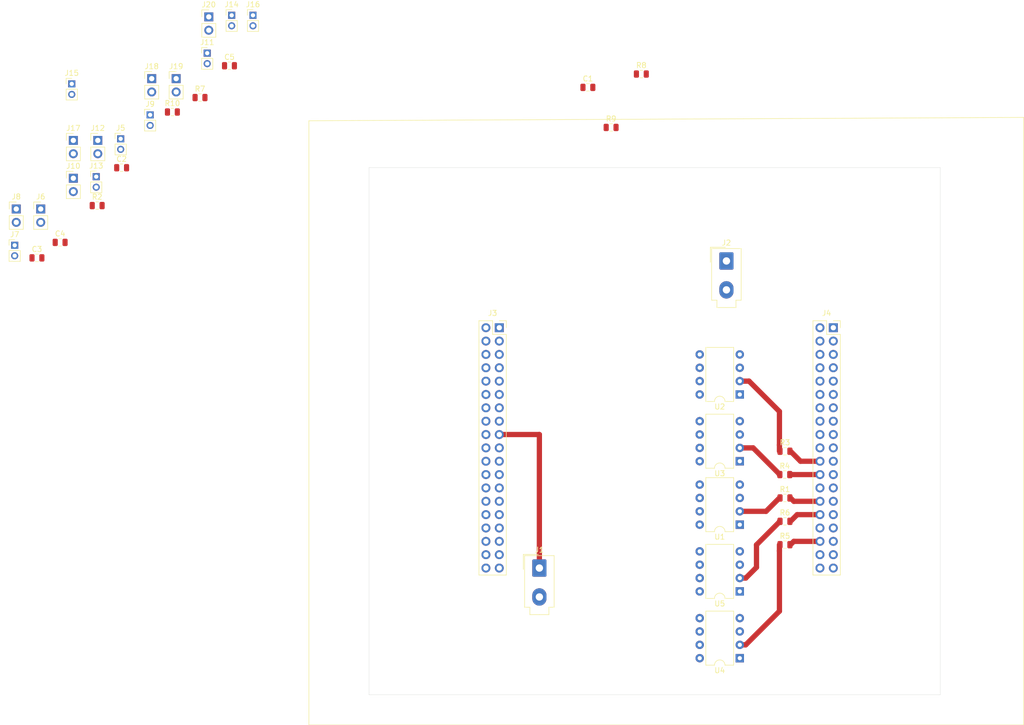
<source format=kicad_pcb>
(kicad_pcb (version 20171130) (host pcbnew "(5.1.4)-1")

  (general
    (thickness 1.6)
    (drawings 8)
    (tracks 29)
    (zones 0)
    (modules 40)
    (nets 20)
  )

  (page A4)
  (layers
    (0 F.Cu signal)
    (31 B.Cu signal)
    (32 B.Adhes user)
    (33 F.Adhes user)
    (34 B.Paste user)
    (35 F.Paste user)
    (36 B.SilkS user)
    (37 F.SilkS user)
    (38 B.Mask user)
    (39 F.Mask user)
    (40 Dwgs.User user)
    (41 Cmts.User user)
    (42 Eco1.User user)
    (43 Eco2.User user)
    (44 Edge.Cuts user)
    (45 Margin user)
    (46 B.CrtYd user)
    (47 F.CrtYd user)
    (48 B.Fab user)
    (49 F.Fab user)
  )

  (setup
    (last_trace_width 1)
    (trace_clearance 1)
    (zone_clearance 0.508)
    (zone_45_only no)
    (trace_min 0.2)
    (via_size 0.8)
    (via_drill 0.4)
    (via_min_size 0.4)
    (via_min_drill 0.3)
    (uvia_size 0.3)
    (uvia_drill 0.1)
    (uvias_allowed no)
    (uvia_min_size 0.2)
    (uvia_min_drill 0.1)
    (edge_width 0.05)
    (segment_width 0.2)
    (pcb_text_width 0.3)
    (pcb_text_size 1.5 1.5)
    (mod_edge_width 0.12)
    (mod_text_size 1 1)
    (mod_text_width 0.15)
    (pad_size 1.524 1.524)
    (pad_drill 0.762)
    (pad_to_mask_clearance 0.051)
    (solder_mask_min_width 0.25)
    (aux_axis_origin 0 0)
    (visible_elements FFFFFF7F)
    (pcbplotparams
      (layerselection 0x010fc_ffffffff)
      (usegerberextensions false)
      (usegerberattributes false)
      (usegerberadvancedattributes false)
      (creategerberjobfile false)
      (excludeedgelayer true)
      (linewidth 0.100000)
      (plotframeref false)
      (viasonmask false)
      (mode 1)
      (useauxorigin false)
      (hpglpennumber 1)
      (hpglpenspeed 20)
      (hpglpendiameter 15.000000)
      (psnegative false)
      (psa4output false)
      (plotreference true)
      (plotvalue true)
      (plotinvisibletext false)
      (padsonsilk false)
      (subtractmaskfromsilk false)
      (outputformat 1)
      (mirror false)
      (drillshape 1)
      (scaleselection 1)
      (outputdirectory ""))
  )

  (net 0 "")
  (net 1 +5V)
  (net 2 GNDD)
  (net 3 VCC)
  (net 4 GND)
  (net 5 /TIM1_3-LT)
  (net 6 /TIM3_1-PT)
  (net 7 /TIM3_2-Z)
  (net 8 /TIM1_1-LP)
  (net 9 /TIM1_2-PP)
  (net 10 "Net-(J10-Pad1)")
  (net 11 "Net-(J13-Pad1)")
  (net 12 "Net-(J14-Pad1)")
  (net 13 "Net-(J15-Pad1)")
  (net 14 "Net-(J16-Pad1)")
  (net 15 "Net-(R1-Pad1)")
  (net 16 "Net-(R3-Pad1)")
  (net 17 "Net-(R4-Pad1)")
  (net 18 "Net-(R5-Pad1)")
  (net 19 "Net-(R6-Pad1)")

  (net_class Default "To jest domyślna klasa połączeń."
    (clearance 1)
    (trace_width 1)
    (via_dia 0.8)
    (via_drill 0.4)
    (uvia_dia 0.3)
    (uvia_drill 0.1)
    (add_net +5V)
    (add_net /TIM1_1-LP)
    (add_net /TIM1_2-PP)
    (add_net /TIM1_3-LT)
    (add_net /TIM3_1-PT)
    (add_net /TIM3_2-Z)
    (add_net GND)
    (add_net GNDD)
    (add_net "Net-(J10-Pad1)")
    (add_net "Net-(J13-Pad1)")
    (add_net "Net-(J14-Pad1)")
    (add_net "Net-(J15-Pad1)")
    (add_net "Net-(J16-Pad1)")
    (add_net "Net-(R1-Pad1)")
    (add_net "Net-(R3-Pad1)")
    (add_net "Net-(R4-Pad1)")
    (add_net "Net-(R5-Pad1)")
    (add_net "Net-(R6-Pad1)")
    (add_net VCC)
  )

  (module Capacitor_SMD:C_0805_2012Metric (layer F.Cu) (tedit 5B36C52B) (tstamp 5DF0E021)
    (at 143.8425 33.02)
    (descr "Capacitor SMD 0805 (2012 Metric), square (rectangular) end terminal, IPC_7351 nominal, (Body size source: https://docs.google.com/spreadsheets/d/1BsfQQcO9C6DZCsRaXUlFlo91Tg2WpOkGARC1WS5S8t0/edit?usp=sharing), generated with kicad-footprint-generator")
    (tags capacitor)
    (path /5DF619FA)
    (attr smd)
    (fp_text reference C1 (at 0 -1.65) (layer F.SilkS)
      (effects (font (size 1 1) (thickness 0.15)))
    )
    (fp_text value 10n (at 0 1.65) (layer F.Fab)
      (effects (font (size 1 1) (thickness 0.15)))
    )
    (fp_line (start -1 0.6) (end -1 -0.6) (layer F.Fab) (width 0.1))
    (fp_line (start -1 -0.6) (end 1 -0.6) (layer F.Fab) (width 0.1))
    (fp_line (start 1 -0.6) (end 1 0.6) (layer F.Fab) (width 0.1))
    (fp_line (start 1 0.6) (end -1 0.6) (layer F.Fab) (width 0.1))
    (fp_line (start -0.258578 -0.71) (end 0.258578 -0.71) (layer F.SilkS) (width 0.12))
    (fp_line (start -0.258578 0.71) (end 0.258578 0.71) (layer F.SilkS) (width 0.12))
    (fp_line (start -1.68 0.95) (end -1.68 -0.95) (layer F.CrtYd) (width 0.05))
    (fp_line (start -1.68 -0.95) (end 1.68 -0.95) (layer F.CrtYd) (width 0.05))
    (fp_line (start 1.68 -0.95) (end 1.68 0.95) (layer F.CrtYd) (width 0.05))
    (fp_line (start 1.68 0.95) (end -1.68 0.95) (layer F.CrtYd) (width 0.05))
    (fp_text user %R (at 0 0) (layer F.Fab)
      (effects (font (size 0.5 0.5) (thickness 0.08)))
    )
    (pad 1 smd roundrect (at -0.9375 0) (size 0.975 1.4) (layers F.Cu F.Paste F.Mask) (roundrect_rratio 0.25)
      (net 1 +5V))
    (pad 2 smd roundrect (at 0.9375 0) (size 0.975 1.4) (layers F.Cu F.Paste F.Mask) (roundrect_rratio 0.25)
      (net 2 GNDD))
    (model ${KISYS3DMOD}/Capacitor_SMD.3dshapes/C_0805_2012Metric.wrl
      (at (xyz 0 0 0))
      (scale (xyz 1 1 1))
      (rotate (xyz 0 0 0))
    )
  )

  (module Capacitor_SMD:C_0805_2012Metric (layer F.Cu) (tedit 5B36C52B) (tstamp 5DF0E032)
    (at 55.205001 48.305001)
    (descr "Capacitor SMD 0805 (2012 Metric), square (rectangular) end terminal, IPC_7351 nominal, (Body size source: https://docs.google.com/spreadsheets/d/1BsfQQcO9C6DZCsRaXUlFlo91Tg2WpOkGARC1WS5S8t0/edit?usp=sharing), generated with kicad-footprint-generator")
    (tags capacitor)
    (path /5DF58CA5)
    (attr smd)
    (fp_text reference C2 (at 0 -1.65) (layer F.SilkS)
      (effects (font (size 1 1) (thickness 0.15)))
    )
    (fp_text value 10n (at 0 1.65) (layer F.Fab)
      (effects (font (size 1 1) (thickness 0.15)))
    )
    (fp_text user %R (at 0 0) (layer F.Fab)
      (effects (font (size 0.5 0.5) (thickness 0.08)))
    )
    (fp_line (start 1.68 0.95) (end -1.68 0.95) (layer F.CrtYd) (width 0.05))
    (fp_line (start 1.68 -0.95) (end 1.68 0.95) (layer F.CrtYd) (width 0.05))
    (fp_line (start -1.68 -0.95) (end 1.68 -0.95) (layer F.CrtYd) (width 0.05))
    (fp_line (start -1.68 0.95) (end -1.68 -0.95) (layer F.CrtYd) (width 0.05))
    (fp_line (start -0.258578 0.71) (end 0.258578 0.71) (layer F.SilkS) (width 0.12))
    (fp_line (start -0.258578 -0.71) (end 0.258578 -0.71) (layer F.SilkS) (width 0.12))
    (fp_line (start 1 0.6) (end -1 0.6) (layer F.Fab) (width 0.1))
    (fp_line (start 1 -0.6) (end 1 0.6) (layer F.Fab) (width 0.1))
    (fp_line (start -1 -0.6) (end 1 -0.6) (layer F.Fab) (width 0.1))
    (fp_line (start -1 0.6) (end -1 -0.6) (layer F.Fab) (width 0.1))
    (pad 2 smd roundrect (at 0.9375 0) (size 0.975 1.4) (layers F.Cu F.Paste F.Mask) (roundrect_rratio 0.25)
      (net 2 GNDD))
    (pad 1 smd roundrect (at -0.9375 0) (size 0.975 1.4) (layers F.Cu F.Paste F.Mask) (roundrect_rratio 0.25)
      (net 1 +5V))
    (model ${KISYS3DMOD}/Capacitor_SMD.3dshapes/C_0805_2012Metric.wrl
      (at (xyz 0 0 0))
      (scale (xyz 1 1 1))
      (rotate (xyz 0 0 0))
    )
  )

  (module Capacitor_SMD:C_0805_2012Metric (layer F.Cu) (tedit 5B36C52B) (tstamp 5DF0E043)
    (at 39.105001 65.455001)
    (descr "Capacitor SMD 0805 (2012 Metric), square (rectangular) end terminal, IPC_7351 nominal, (Body size source: https://docs.google.com/spreadsheets/d/1BsfQQcO9C6DZCsRaXUlFlo91Tg2WpOkGARC1WS5S8t0/edit?usp=sharing), generated with kicad-footprint-generator")
    (tags capacitor)
    (path /5DF4F945)
    (attr smd)
    (fp_text reference C3 (at 0 -1.65) (layer F.SilkS)
      (effects (font (size 1 1) (thickness 0.15)))
    )
    (fp_text value 10n (at 0 1.65) (layer F.Fab)
      (effects (font (size 1 1) (thickness 0.15)))
    )
    (fp_line (start -1 0.6) (end -1 -0.6) (layer F.Fab) (width 0.1))
    (fp_line (start -1 -0.6) (end 1 -0.6) (layer F.Fab) (width 0.1))
    (fp_line (start 1 -0.6) (end 1 0.6) (layer F.Fab) (width 0.1))
    (fp_line (start 1 0.6) (end -1 0.6) (layer F.Fab) (width 0.1))
    (fp_line (start -0.258578 -0.71) (end 0.258578 -0.71) (layer F.SilkS) (width 0.12))
    (fp_line (start -0.258578 0.71) (end 0.258578 0.71) (layer F.SilkS) (width 0.12))
    (fp_line (start -1.68 0.95) (end -1.68 -0.95) (layer F.CrtYd) (width 0.05))
    (fp_line (start -1.68 -0.95) (end 1.68 -0.95) (layer F.CrtYd) (width 0.05))
    (fp_line (start 1.68 -0.95) (end 1.68 0.95) (layer F.CrtYd) (width 0.05))
    (fp_line (start 1.68 0.95) (end -1.68 0.95) (layer F.CrtYd) (width 0.05))
    (fp_text user %R (at 0 0) (layer F.Fab)
      (effects (font (size 0.5 0.5) (thickness 0.08)))
    )
    (pad 1 smd roundrect (at -0.9375 0) (size 0.975 1.4) (layers F.Cu F.Paste F.Mask) (roundrect_rratio 0.25)
      (net 1 +5V))
    (pad 2 smd roundrect (at 0.9375 0) (size 0.975 1.4) (layers F.Cu F.Paste F.Mask) (roundrect_rratio 0.25)
      (net 2 GNDD))
    (model ${KISYS3DMOD}/Capacitor_SMD.3dshapes/C_0805_2012Metric.wrl
      (at (xyz 0 0 0))
      (scale (xyz 1 1 1))
      (rotate (xyz 0 0 0))
    )
  )

  (module Capacitor_SMD:C_0805_2012Metric (layer F.Cu) (tedit 5B36C52B) (tstamp 5DF0E054)
    (at 43.515001 62.505001)
    (descr "Capacitor SMD 0805 (2012 Metric), square (rectangular) end terminal, IPC_7351 nominal, (Body size source: https://docs.google.com/spreadsheets/d/1BsfQQcO9C6DZCsRaXUlFlo91Tg2WpOkGARC1WS5S8t0/edit?usp=sharing), generated with kicad-footprint-generator")
    (tags capacitor)
    (path /5DF5C5A1)
    (attr smd)
    (fp_text reference C4 (at 0 -1.65) (layer F.SilkS)
      (effects (font (size 1 1) (thickness 0.15)))
    )
    (fp_text value 10n (at 0 1.65) (layer F.Fab)
      (effects (font (size 1 1) (thickness 0.15)))
    )
    (fp_line (start -1 0.6) (end -1 -0.6) (layer F.Fab) (width 0.1))
    (fp_line (start -1 -0.6) (end 1 -0.6) (layer F.Fab) (width 0.1))
    (fp_line (start 1 -0.6) (end 1 0.6) (layer F.Fab) (width 0.1))
    (fp_line (start 1 0.6) (end -1 0.6) (layer F.Fab) (width 0.1))
    (fp_line (start -0.258578 -0.71) (end 0.258578 -0.71) (layer F.SilkS) (width 0.12))
    (fp_line (start -0.258578 0.71) (end 0.258578 0.71) (layer F.SilkS) (width 0.12))
    (fp_line (start -1.68 0.95) (end -1.68 -0.95) (layer F.CrtYd) (width 0.05))
    (fp_line (start -1.68 -0.95) (end 1.68 -0.95) (layer F.CrtYd) (width 0.05))
    (fp_line (start 1.68 -0.95) (end 1.68 0.95) (layer F.CrtYd) (width 0.05))
    (fp_line (start 1.68 0.95) (end -1.68 0.95) (layer F.CrtYd) (width 0.05))
    (fp_text user %R (at 0 0) (layer F.Fab)
      (effects (font (size 0.5 0.5) (thickness 0.08)))
    )
    (pad 1 smd roundrect (at -0.9375 0) (size 0.975 1.4) (layers F.Cu F.Paste F.Mask) (roundrect_rratio 0.25)
      (net 1 +5V))
    (pad 2 smd roundrect (at 0.9375 0) (size 0.975 1.4) (layers F.Cu F.Paste F.Mask) (roundrect_rratio 0.25)
      (net 2 GNDD))
    (model ${KISYS3DMOD}/Capacitor_SMD.3dshapes/C_0805_2012Metric.wrl
      (at (xyz 0 0 0))
      (scale (xyz 1 1 1))
      (rotate (xyz 0 0 0))
    )
  )

  (module Capacitor_SMD:C_0805_2012Metric (layer F.Cu) (tedit 5B36C52B) (tstamp 5DF0E065)
    (at 75.705001 28.905001)
    (descr "Capacitor SMD 0805 (2012 Metric), square (rectangular) end terminal, IPC_7351 nominal, (Body size source: https://docs.google.com/spreadsheets/d/1BsfQQcO9C6DZCsRaXUlFlo91Tg2WpOkGARC1WS5S8t0/edit?usp=sharing), generated with kicad-footprint-generator")
    (tags capacitor)
    (path /5DF5EB13)
    (attr smd)
    (fp_text reference C5 (at 0 -1.65) (layer F.SilkS)
      (effects (font (size 1 1) (thickness 0.15)))
    )
    (fp_text value 10n (at 0 1.65) (layer F.Fab)
      (effects (font (size 1 1) (thickness 0.15)))
    )
    (fp_text user %R (at 0 0) (layer F.Fab)
      (effects (font (size 0.5 0.5) (thickness 0.08)))
    )
    (fp_line (start 1.68 0.95) (end -1.68 0.95) (layer F.CrtYd) (width 0.05))
    (fp_line (start 1.68 -0.95) (end 1.68 0.95) (layer F.CrtYd) (width 0.05))
    (fp_line (start -1.68 -0.95) (end 1.68 -0.95) (layer F.CrtYd) (width 0.05))
    (fp_line (start -1.68 0.95) (end -1.68 -0.95) (layer F.CrtYd) (width 0.05))
    (fp_line (start -0.258578 0.71) (end 0.258578 0.71) (layer F.SilkS) (width 0.12))
    (fp_line (start -0.258578 -0.71) (end 0.258578 -0.71) (layer F.SilkS) (width 0.12))
    (fp_line (start 1 0.6) (end -1 0.6) (layer F.Fab) (width 0.1))
    (fp_line (start 1 -0.6) (end 1 0.6) (layer F.Fab) (width 0.1))
    (fp_line (start -1 -0.6) (end 1 -0.6) (layer F.Fab) (width 0.1))
    (fp_line (start -1 0.6) (end -1 -0.6) (layer F.Fab) (width 0.1))
    (pad 2 smd roundrect (at 0.9375 0) (size 0.975 1.4) (layers F.Cu F.Paste F.Mask) (roundrect_rratio 0.25)
      (net 2 GNDD))
    (pad 1 smd roundrect (at -0.9375 0) (size 0.975 1.4) (layers F.Cu F.Paste F.Mask) (roundrect_rratio 0.25)
      (net 1 +5V))
    (model ${KISYS3DMOD}/Capacitor_SMD.3dshapes/C_0805_2012Metric.wrl
      (at (xyz 0 0 0))
      (scale (xyz 1 1 1))
      (rotate (xyz 0 0 0))
    )
  )

  (module Connector_Molex:Molex_Mini-Fit_Jr_5566-02A_2x01_P4.20mm_Vertical (layer F.Cu) (tedit 5B781992) (tstamp 5DF0E08F)
    (at 134.62 124.46)
    (descr "Molex Mini-Fit Jr. Power Connectors, old mpn/engineering number: 5566-02A, example for new mpn: 39-28-x02x, 1 Pins per row, Mounting:  (http://www.molex.com/pdm_docs/sd/039281043_sd.pdf), generated with kicad-footprint-generator")
    (tags "connector Molex Mini-Fit_Jr side entry")
    (path /5DF1F0FF)
    (fp_text reference J1 (at 0 -3.45) (layer F.SilkS)
      (effects (font (size 1 1) (thickness 0.15)))
    )
    (fp_text value Zasilanie_wejść (at 0 9.95) (layer F.Fab)
      (effects (font (size 1 1) (thickness 0.15)))
    )
    (fp_line (start -2.7 -2.25) (end -2.7 7.35) (layer F.Fab) (width 0.1))
    (fp_line (start -2.7 7.35) (end 2.7 7.35) (layer F.Fab) (width 0.1))
    (fp_line (start 2.7 7.35) (end 2.7 -2.25) (layer F.Fab) (width 0.1))
    (fp_line (start 2.7 -2.25) (end -2.7 -2.25) (layer F.Fab) (width 0.1))
    (fp_line (start -1.7 7.35) (end -1.7 8.75) (layer F.Fab) (width 0.1))
    (fp_line (start -1.7 8.75) (end 1.7 8.75) (layer F.Fab) (width 0.1))
    (fp_line (start 1.7 8.75) (end 1.7 7.35) (layer F.Fab) (width 0.1))
    (fp_line (start -1.65 -1) (end -1.65 2.3) (layer F.Fab) (width 0.1))
    (fp_line (start -1.65 2.3) (end 1.65 2.3) (layer F.Fab) (width 0.1))
    (fp_line (start 1.65 2.3) (end 1.65 -1) (layer F.Fab) (width 0.1))
    (fp_line (start 1.65 -1) (end -1.65 -1) (layer F.Fab) (width 0.1))
    (fp_line (start -1.65 6.5) (end -1.65 4.025) (layer F.Fab) (width 0.1))
    (fp_line (start -1.65 4.025) (end -0.825 3.2) (layer F.Fab) (width 0.1))
    (fp_line (start -0.825 3.2) (end 0.825 3.2) (layer F.Fab) (width 0.1))
    (fp_line (start 0.825 3.2) (end 1.65 4.025) (layer F.Fab) (width 0.1))
    (fp_line (start 1.65 4.025) (end 1.65 6.5) (layer F.Fab) (width 0.1))
    (fp_line (start 1.65 6.5) (end -1.65 6.5) (layer F.Fab) (width 0.1))
    (fp_line (start 0 -2.36) (end -2.81 -2.36) (layer F.SilkS) (width 0.12))
    (fp_line (start -2.81 -2.36) (end -2.81 7.46) (layer F.SilkS) (width 0.12))
    (fp_line (start -2.81 7.46) (end -1.81 7.46) (layer F.SilkS) (width 0.12))
    (fp_line (start -1.81 7.46) (end -1.81 8.86) (layer F.SilkS) (width 0.12))
    (fp_line (start -1.81 8.86) (end 0 8.86) (layer F.SilkS) (width 0.12))
    (fp_line (start 0 -2.36) (end 2.81 -2.36) (layer F.SilkS) (width 0.12))
    (fp_line (start 2.81 -2.36) (end 2.81 7.46) (layer F.SilkS) (width 0.12))
    (fp_line (start 2.81 7.46) (end 1.81 7.46) (layer F.SilkS) (width 0.12))
    (fp_line (start 1.81 7.46) (end 1.81 8.86) (layer F.SilkS) (width 0.12))
    (fp_line (start 1.81 8.86) (end 0 8.86) (layer F.SilkS) (width 0.12))
    (fp_line (start -0.2 -2.6) (end -3.05 -2.6) (layer F.SilkS) (width 0.12))
    (fp_line (start -3.05 -2.6) (end -3.05 0.25) (layer F.SilkS) (width 0.12))
    (fp_line (start -0.2 -2.6) (end -3.05 -2.6) (layer F.Fab) (width 0.1))
    (fp_line (start -3.05 -2.6) (end -3.05 0.25) (layer F.Fab) (width 0.1))
    (fp_line (start -3.2 -2.75) (end -3.2 9.25) (layer F.CrtYd) (width 0.05))
    (fp_line (start -3.2 9.25) (end 3.2 9.25) (layer F.CrtYd) (width 0.05))
    (fp_line (start 3.2 9.25) (end 3.2 -2.75) (layer F.CrtYd) (width 0.05))
    (fp_line (start 3.2 -2.75) (end -3.2 -2.75) (layer F.CrtYd) (width 0.05))
    (fp_text user %R (at 0 -1.55) (layer F.Fab)
      (effects (font (size 1 1) (thickness 0.15)))
    )
    (pad 1 thru_hole roundrect (at 0 0) (size 2.7 3.3) (drill 1.4) (layers *.Cu *.Mask) (roundrect_rratio 0.09259299999999999)
      (net 3 VCC))
    (pad 2 thru_hole oval (at 0 5.5) (size 2.7 3.3) (drill 1.4) (layers *.Cu *.Mask)
      (net 4 GND))
    (model ${KISYS3DMOD}/Connector_Molex.3dshapes/Molex_Mini-Fit_Jr_5566-02A_2x01_P4.20mm_Vertical.wrl
      (at (xyz 0 0 0))
      (scale (xyz 1 1 1))
      (rotate (xyz 0 0 0))
    )
  )

  (module Connector_Molex:Molex_Mini-Fit_Jr_5566-02A_2x01_P4.20mm_Vertical (layer F.Cu) (tedit 5B781992) (tstamp 5DF0E0B9)
    (at 170.18 66.04)
    (descr "Molex Mini-Fit Jr. Power Connectors, old mpn/engineering number: 5566-02A, example for new mpn: 39-28-x02x, 1 Pins per row, Mounting:  (http://www.molex.com/pdm_docs/sd/039281043_sd.pdf), generated with kicad-footprint-generator")
    (tags "connector Molex Mini-Fit_Jr side entry")
    (path /5DF13FFC)
    (fp_text reference J2 (at 0 -3.45) (layer F.SilkS)
      (effects (font (size 1 1) (thickness 0.15)))
    )
    (fp_text value Zasilanie_wyjść (at 0 9.95) (layer F.Fab)
      (effects (font (size 1 1) (thickness 0.15)))
    )
    (fp_text user %R (at 0 -1.55) (layer F.Fab)
      (effects (font (size 1 1) (thickness 0.15)))
    )
    (fp_line (start 3.2 -2.75) (end -3.2 -2.75) (layer F.CrtYd) (width 0.05))
    (fp_line (start 3.2 9.25) (end 3.2 -2.75) (layer F.CrtYd) (width 0.05))
    (fp_line (start -3.2 9.25) (end 3.2 9.25) (layer F.CrtYd) (width 0.05))
    (fp_line (start -3.2 -2.75) (end -3.2 9.25) (layer F.CrtYd) (width 0.05))
    (fp_line (start -3.05 -2.6) (end -3.05 0.25) (layer F.Fab) (width 0.1))
    (fp_line (start -0.2 -2.6) (end -3.05 -2.6) (layer F.Fab) (width 0.1))
    (fp_line (start -3.05 -2.6) (end -3.05 0.25) (layer F.SilkS) (width 0.12))
    (fp_line (start -0.2 -2.6) (end -3.05 -2.6) (layer F.SilkS) (width 0.12))
    (fp_line (start 1.81 8.86) (end 0 8.86) (layer F.SilkS) (width 0.12))
    (fp_line (start 1.81 7.46) (end 1.81 8.86) (layer F.SilkS) (width 0.12))
    (fp_line (start 2.81 7.46) (end 1.81 7.46) (layer F.SilkS) (width 0.12))
    (fp_line (start 2.81 -2.36) (end 2.81 7.46) (layer F.SilkS) (width 0.12))
    (fp_line (start 0 -2.36) (end 2.81 -2.36) (layer F.SilkS) (width 0.12))
    (fp_line (start -1.81 8.86) (end 0 8.86) (layer F.SilkS) (width 0.12))
    (fp_line (start -1.81 7.46) (end -1.81 8.86) (layer F.SilkS) (width 0.12))
    (fp_line (start -2.81 7.46) (end -1.81 7.46) (layer F.SilkS) (width 0.12))
    (fp_line (start -2.81 -2.36) (end -2.81 7.46) (layer F.SilkS) (width 0.12))
    (fp_line (start 0 -2.36) (end -2.81 -2.36) (layer F.SilkS) (width 0.12))
    (fp_line (start 1.65 6.5) (end -1.65 6.5) (layer F.Fab) (width 0.1))
    (fp_line (start 1.65 4.025) (end 1.65 6.5) (layer F.Fab) (width 0.1))
    (fp_line (start 0.825 3.2) (end 1.65 4.025) (layer F.Fab) (width 0.1))
    (fp_line (start -0.825 3.2) (end 0.825 3.2) (layer F.Fab) (width 0.1))
    (fp_line (start -1.65 4.025) (end -0.825 3.2) (layer F.Fab) (width 0.1))
    (fp_line (start -1.65 6.5) (end -1.65 4.025) (layer F.Fab) (width 0.1))
    (fp_line (start 1.65 -1) (end -1.65 -1) (layer F.Fab) (width 0.1))
    (fp_line (start 1.65 2.3) (end 1.65 -1) (layer F.Fab) (width 0.1))
    (fp_line (start -1.65 2.3) (end 1.65 2.3) (layer F.Fab) (width 0.1))
    (fp_line (start -1.65 -1) (end -1.65 2.3) (layer F.Fab) (width 0.1))
    (fp_line (start 1.7 8.75) (end 1.7 7.35) (layer F.Fab) (width 0.1))
    (fp_line (start -1.7 8.75) (end 1.7 8.75) (layer F.Fab) (width 0.1))
    (fp_line (start -1.7 7.35) (end -1.7 8.75) (layer F.Fab) (width 0.1))
    (fp_line (start 2.7 -2.25) (end -2.7 -2.25) (layer F.Fab) (width 0.1))
    (fp_line (start 2.7 7.35) (end 2.7 -2.25) (layer F.Fab) (width 0.1))
    (fp_line (start -2.7 7.35) (end 2.7 7.35) (layer F.Fab) (width 0.1))
    (fp_line (start -2.7 -2.25) (end -2.7 7.35) (layer F.Fab) (width 0.1))
    (pad 2 thru_hole oval (at 0 5.5) (size 2.7 3.3) (drill 1.4) (layers *.Cu *.Mask)
      (net 2 GNDD))
    (pad 1 thru_hole roundrect (at 0 0) (size 2.7 3.3) (drill 1.4) (layers *.Cu *.Mask) (roundrect_rratio 0.09259299999999999)
      (net 1 +5V))
    (model ${KISYS3DMOD}/Connector_Molex.3dshapes/Molex_Mini-Fit_Jr_5566-02A_2x01_P4.20mm_Vertical.wrl
      (at (xyz 0 0 0))
      (scale (xyz 1 1 1))
      (rotate (xyz 0 0 0))
    )
  )

  (module Connector_PinSocket_2.54mm:PinSocket_2x19_P2.54mm_Vertical (layer F.Cu) (tedit 5A19A42E) (tstamp 5DF0E0F5)
    (at 127 78.74)
    (descr "Through hole straight socket strip, 2x19, 2.54mm pitch, double cols (from Kicad 4.0.7), script generated")
    (tags "Through hole socket strip THT 2x19 2.54mm double row")
    (path /5E434D31)
    (fp_text reference J3 (at -1.27 -2.77) (layer F.SilkS)
      (effects (font (size 1 1) (thickness 0.15)))
    )
    (fp_text value Header_left (at -1.27 48.49) (layer F.Fab)
      (effects (font (size 1 1) (thickness 0.15)))
    )
    (fp_line (start -3.81 -1.27) (end 0.27 -1.27) (layer F.Fab) (width 0.1))
    (fp_line (start 0.27 -1.27) (end 1.27 -0.27) (layer F.Fab) (width 0.1))
    (fp_line (start 1.27 -0.27) (end 1.27 46.99) (layer F.Fab) (width 0.1))
    (fp_line (start 1.27 46.99) (end -3.81 46.99) (layer F.Fab) (width 0.1))
    (fp_line (start -3.81 46.99) (end -3.81 -1.27) (layer F.Fab) (width 0.1))
    (fp_line (start -3.87 -1.33) (end -1.27 -1.33) (layer F.SilkS) (width 0.12))
    (fp_line (start -3.87 -1.33) (end -3.87 47.05) (layer F.SilkS) (width 0.12))
    (fp_line (start -3.87 47.05) (end 1.33 47.05) (layer F.SilkS) (width 0.12))
    (fp_line (start 1.33 1.27) (end 1.33 47.05) (layer F.SilkS) (width 0.12))
    (fp_line (start -1.27 1.27) (end 1.33 1.27) (layer F.SilkS) (width 0.12))
    (fp_line (start -1.27 -1.33) (end -1.27 1.27) (layer F.SilkS) (width 0.12))
    (fp_line (start 1.33 -1.33) (end 1.33 0) (layer F.SilkS) (width 0.12))
    (fp_line (start 0 -1.33) (end 1.33 -1.33) (layer F.SilkS) (width 0.12))
    (fp_line (start -4.34 -1.8) (end 1.76 -1.8) (layer F.CrtYd) (width 0.05))
    (fp_line (start 1.76 -1.8) (end 1.76 47.5) (layer F.CrtYd) (width 0.05))
    (fp_line (start 1.76 47.5) (end -4.34 47.5) (layer F.CrtYd) (width 0.05))
    (fp_line (start -4.34 47.5) (end -4.34 -1.8) (layer F.CrtYd) (width 0.05))
    (fp_text user %R (at -1.27 22.86 90) (layer F.Fab)
      (effects (font (size 1 1) (thickness 0.15)))
    )
    (pad 1 thru_hole rect (at 0 0) (size 1.7 1.7) (drill 1) (layers *.Cu *.Mask))
    (pad 2 thru_hole oval (at -2.54 0) (size 1.7 1.7) (drill 1) (layers *.Cu *.Mask))
    (pad 3 thru_hole oval (at 0 2.54) (size 1.7 1.7) (drill 1) (layers *.Cu *.Mask))
    (pad 4 thru_hole oval (at -2.54 2.54) (size 1.7 1.7) (drill 1) (layers *.Cu *.Mask))
    (pad 5 thru_hole oval (at 0 5.08) (size 1.7 1.7) (drill 1) (layers *.Cu *.Mask))
    (pad 6 thru_hole oval (at -2.54 5.08) (size 1.7 1.7) (drill 1) (layers *.Cu *.Mask))
    (pad 7 thru_hole oval (at 0 7.62) (size 1.7 1.7) (drill 1) (layers *.Cu *.Mask))
    (pad 8 thru_hole oval (at -2.54 7.62) (size 1.7 1.7) (drill 1) (layers *.Cu *.Mask))
    (pad 9 thru_hole oval (at 0 10.16) (size 1.7 1.7) (drill 1) (layers *.Cu *.Mask))
    (pad 10 thru_hole oval (at -2.54 10.16) (size 1.7 1.7) (drill 1) (layers *.Cu *.Mask))
    (pad 11 thru_hole oval (at 0 12.7) (size 1.7 1.7) (drill 1) (layers *.Cu *.Mask))
    (pad 12 thru_hole oval (at -2.54 12.7) (size 1.7 1.7) (drill 1) (layers *.Cu *.Mask))
    (pad 13 thru_hole oval (at 0 15.24) (size 1.7 1.7) (drill 1) (layers *.Cu *.Mask))
    (pad 14 thru_hole oval (at -2.54 15.24) (size 1.7 1.7) (drill 1) (layers *.Cu *.Mask))
    (pad 15 thru_hole oval (at 0 17.78) (size 1.7 1.7) (drill 1) (layers *.Cu *.Mask))
    (pad 16 thru_hole oval (at -2.54 17.78) (size 1.7 1.7) (drill 1) (layers *.Cu *.Mask))
    (pad 17 thru_hole oval (at 0 20.32) (size 1.7 1.7) (drill 1) (layers *.Cu *.Mask)
      (net 3 VCC))
    (pad 18 thru_hole oval (at -2.54 20.32) (size 1.7 1.7) (drill 1) (layers *.Cu *.Mask))
    (pad 19 thru_hole oval (at 0 22.86) (size 1.7 1.7) (drill 1) (layers *.Cu *.Mask)
      (net 4 GND))
    (pad 20 thru_hole oval (at -2.54 22.86) (size 1.7 1.7) (drill 1) (layers *.Cu *.Mask))
    (pad 21 thru_hole oval (at 0 25.4) (size 1.7 1.7) (drill 1) (layers *.Cu *.Mask))
    (pad 22 thru_hole oval (at -2.54 25.4) (size 1.7 1.7) (drill 1) (layers *.Cu *.Mask))
    (pad 23 thru_hole oval (at 0 27.94) (size 1.7 1.7) (drill 1) (layers *.Cu *.Mask))
    (pad 24 thru_hole oval (at -2.54 27.94) (size 1.7 1.7) (drill 1) (layers *.Cu *.Mask))
    (pad 25 thru_hole oval (at 0 30.48) (size 1.7 1.7) (drill 1) (layers *.Cu *.Mask))
    (pad 26 thru_hole oval (at -2.54 30.48) (size 1.7 1.7) (drill 1) (layers *.Cu *.Mask))
    (pad 27 thru_hole oval (at 0 33.02) (size 1.7 1.7) (drill 1) (layers *.Cu *.Mask))
    (pad 28 thru_hole oval (at -2.54 33.02) (size 1.7 1.7) (drill 1) (layers *.Cu *.Mask))
    (pad 29 thru_hole oval (at 0 35.56) (size 1.7 1.7) (drill 1) (layers *.Cu *.Mask))
    (pad 30 thru_hole oval (at -2.54 35.56) (size 1.7 1.7) (drill 1) (layers *.Cu *.Mask))
    (pad 31 thru_hole oval (at 0 38.1) (size 1.7 1.7) (drill 1) (layers *.Cu *.Mask))
    (pad 32 thru_hole oval (at -2.54 38.1) (size 1.7 1.7) (drill 1) (layers *.Cu *.Mask))
    (pad 33 thru_hole oval (at 0 40.64) (size 1.7 1.7) (drill 1) (layers *.Cu *.Mask))
    (pad 34 thru_hole oval (at -2.54 40.64) (size 1.7 1.7) (drill 1) (layers *.Cu *.Mask))
    (pad 35 thru_hole oval (at 0 43.18) (size 1.7 1.7) (drill 1) (layers *.Cu *.Mask))
    (pad 36 thru_hole oval (at -2.54 43.18) (size 1.7 1.7) (drill 1) (layers *.Cu *.Mask))
    (pad 37 thru_hole oval (at 0 45.72) (size 1.7 1.7) (drill 1) (layers *.Cu *.Mask))
    (pad 38 thru_hole oval (at -2.54 45.72) (size 1.7 1.7) (drill 1) (layers *.Cu *.Mask))
    (model ${KISYS3DMOD}/Connector_PinSocket_2.54mm.3dshapes/PinSocket_2x19_P2.54mm_Vertical.wrl
      (at (xyz 0 0 0))
      (scale (xyz 1 1 1))
      (rotate (xyz 0 0 0))
    )
  )

  (module Connector_PinSocket_2.54mm:PinSocket_2x19_P2.54mm_Vertical (layer F.Cu) (tedit 5A19A42E) (tstamp 5DF0E131)
    (at 190.5 78.74)
    (descr "Through hole straight socket strip, 2x19, 2.54mm pitch, double cols (from Kicad 4.0.7), script generated")
    (tags "Through hole socket strip THT 2x19 2.54mm double row")
    (path /5E43AC17)
    (fp_text reference J4 (at -1.27 -2.77) (layer F.SilkS)
      (effects (font (size 1 1) (thickness 0.15)))
    )
    (fp_text value Header_right (at -1.27 48.49) (layer F.Fab)
      (effects (font (size 1 1) (thickness 0.15)))
    )
    (fp_text user %R (at -1.27 22.86 90) (layer F.Fab)
      (effects (font (size 1 1) (thickness 0.15)))
    )
    (fp_line (start -4.34 47.5) (end -4.34 -1.8) (layer F.CrtYd) (width 0.05))
    (fp_line (start 1.76 47.5) (end -4.34 47.5) (layer F.CrtYd) (width 0.05))
    (fp_line (start 1.76 -1.8) (end 1.76 47.5) (layer F.CrtYd) (width 0.05))
    (fp_line (start -4.34 -1.8) (end 1.76 -1.8) (layer F.CrtYd) (width 0.05))
    (fp_line (start 0 -1.33) (end 1.33 -1.33) (layer F.SilkS) (width 0.12))
    (fp_line (start 1.33 -1.33) (end 1.33 0) (layer F.SilkS) (width 0.12))
    (fp_line (start -1.27 -1.33) (end -1.27 1.27) (layer F.SilkS) (width 0.12))
    (fp_line (start -1.27 1.27) (end 1.33 1.27) (layer F.SilkS) (width 0.12))
    (fp_line (start 1.33 1.27) (end 1.33 47.05) (layer F.SilkS) (width 0.12))
    (fp_line (start -3.87 47.05) (end 1.33 47.05) (layer F.SilkS) (width 0.12))
    (fp_line (start -3.87 -1.33) (end -3.87 47.05) (layer F.SilkS) (width 0.12))
    (fp_line (start -3.87 -1.33) (end -1.27 -1.33) (layer F.SilkS) (width 0.12))
    (fp_line (start -3.81 46.99) (end -3.81 -1.27) (layer F.Fab) (width 0.1))
    (fp_line (start 1.27 46.99) (end -3.81 46.99) (layer F.Fab) (width 0.1))
    (fp_line (start 1.27 -0.27) (end 1.27 46.99) (layer F.Fab) (width 0.1))
    (fp_line (start 0.27 -1.27) (end 1.27 -0.27) (layer F.Fab) (width 0.1))
    (fp_line (start -3.81 -1.27) (end 0.27 -1.27) (layer F.Fab) (width 0.1))
    (pad 38 thru_hole oval (at -2.54 45.72) (size 1.7 1.7) (drill 1) (layers *.Cu *.Mask))
    (pad 37 thru_hole oval (at 0 45.72) (size 1.7 1.7) (drill 1) (layers *.Cu *.Mask))
    (pad 36 thru_hole oval (at -2.54 43.18) (size 1.7 1.7) (drill 1) (layers *.Cu *.Mask))
    (pad 35 thru_hole oval (at 0 43.18) (size 1.7 1.7) (drill 1) (layers *.Cu *.Mask))
    (pad 34 thru_hole oval (at -2.54 40.64) (size 1.7 1.7) (drill 1) (layers *.Cu *.Mask)
      (net 5 /TIM1_3-LT))
    (pad 33 thru_hole oval (at 0 40.64) (size 1.7 1.7) (drill 1) (layers *.Cu *.Mask))
    (pad 32 thru_hole oval (at -2.54 38.1) (size 1.7 1.7) (drill 1) (layers *.Cu *.Mask))
    (pad 31 thru_hole oval (at 0 38.1) (size 1.7 1.7) (drill 1) (layers *.Cu *.Mask))
    (pad 30 thru_hole oval (at -2.54 35.56) (size 1.7 1.7) (drill 1) (layers *.Cu *.Mask)
      (net 6 /TIM3_1-PT))
    (pad 29 thru_hole oval (at 0 35.56) (size 1.7 1.7) (drill 1) (layers *.Cu *.Mask))
    (pad 28 thru_hole oval (at -2.54 33.02) (size 1.7 1.7) (drill 1) (layers *.Cu *.Mask)
      (net 7 /TIM3_2-Z))
    (pad 27 thru_hole oval (at 0 33.02) (size 1.7 1.7) (drill 1) (layers *.Cu *.Mask))
    (pad 26 thru_hole oval (at -2.54 30.48) (size 1.7 1.7) (drill 1) (layers *.Cu *.Mask))
    (pad 25 thru_hole oval (at 0 30.48) (size 1.7 1.7) (drill 1) (layers *.Cu *.Mask))
    (pad 24 thru_hole oval (at -2.54 27.94) (size 1.7 1.7) (drill 1) (layers *.Cu *.Mask)
      (net 8 /TIM1_1-LP))
    (pad 23 thru_hole oval (at 0 27.94) (size 1.7 1.7) (drill 1) (layers *.Cu *.Mask))
    (pad 22 thru_hole oval (at -2.54 25.4) (size 1.7 1.7) (drill 1) (layers *.Cu *.Mask)
      (net 9 /TIM1_2-PP))
    (pad 21 thru_hole oval (at 0 25.4) (size 1.7 1.7) (drill 1) (layers *.Cu *.Mask))
    (pad 20 thru_hole oval (at -2.54 22.86) (size 1.7 1.7) (drill 1) (layers *.Cu *.Mask))
    (pad 19 thru_hole oval (at 0 22.86) (size 1.7 1.7) (drill 1) (layers *.Cu *.Mask))
    (pad 18 thru_hole oval (at -2.54 20.32) (size 1.7 1.7) (drill 1) (layers *.Cu *.Mask))
    (pad 17 thru_hole oval (at 0 20.32) (size 1.7 1.7) (drill 1) (layers *.Cu *.Mask))
    (pad 16 thru_hole oval (at -2.54 17.78) (size 1.7 1.7) (drill 1) (layers *.Cu *.Mask))
    (pad 15 thru_hole oval (at 0 17.78) (size 1.7 1.7) (drill 1) (layers *.Cu *.Mask))
    (pad 14 thru_hole oval (at -2.54 15.24) (size 1.7 1.7) (drill 1) (layers *.Cu *.Mask))
    (pad 13 thru_hole oval (at 0 15.24) (size 1.7 1.7) (drill 1) (layers *.Cu *.Mask))
    (pad 12 thru_hole oval (at -2.54 12.7) (size 1.7 1.7) (drill 1) (layers *.Cu *.Mask))
    (pad 11 thru_hole oval (at 0 12.7) (size 1.7 1.7) (drill 1) (layers *.Cu *.Mask))
    (pad 10 thru_hole oval (at -2.54 10.16) (size 1.7 1.7) (drill 1) (layers *.Cu *.Mask))
    (pad 9 thru_hole oval (at 0 10.16) (size 1.7 1.7) (drill 1) (layers *.Cu *.Mask))
    (pad 8 thru_hole oval (at -2.54 7.62) (size 1.7 1.7) (drill 1) (layers *.Cu *.Mask))
    (pad 7 thru_hole oval (at 0 7.62) (size 1.7 1.7) (drill 1) (layers *.Cu *.Mask))
    (pad 6 thru_hole oval (at -2.54 5.08) (size 1.7 1.7) (drill 1) (layers *.Cu *.Mask))
    (pad 5 thru_hole oval (at 0 5.08) (size 1.7 1.7) (drill 1) (layers *.Cu *.Mask))
    (pad 4 thru_hole oval (at -2.54 2.54) (size 1.7 1.7) (drill 1) (layers *.Cu *.Mask))
    (pad 3 thru_hole oval (at 0 2.54) (size 1.7 1.7) (drill 1) (layers *.Cu *.Mask))
    (pad 2 thru_hole oval (at -2.54 0) (size 1.7 1.7) (drill 1) (layers *.Cu *.Mask))
    (pad 1 thru_hole rect (at 0 0) (size 1.7 1.7) (drill 1) (layers *.Cu *.Mask))
    (model ${KISYS3DMOD}/Connector_PinSocket_2.54mm.3dshapes/PinSocket_2x19_P2.54mm_Vertical.wrl
      (at (xyz 0 0 0))
      (scale (xyz 1 1 1))
      (rotate (xyz 0 0 0))
    )
  )

  (module Connector_PinHeader_2.00mm:PinHeader_1x02_P2.00mm_Vertical (layer F.Cu) (tedit 59FED667) (tstamp 5DF0E147)
    (at 55.025001 42.805001)
    (descr "Through hole straight pin header, 1x02, 2.00mm pitch, single row")
    (tags "Through hole pin header THT 1x02 2.00mm single row")
    (path /5DFB9C5C)
    (fp_text reference J5 (at 0 -2.06) (layer F.SilkS)
      (effects (font (size 1 1) (thickness 0.15)))
    )
    (fp_text value Z1_2_0 (at 0 4.06) (layer F.Fab)
      (effects (font (size 1 1) (thickness 0.15)))
    )
    (fp_line (start -0.5 -1) (end 1 -1) (layer F.Fab) (width 0.1))
    (fp_line (start 1 -1) (end 1 3) (layer F.Fab) (width 0.1))
    (fp_line (start 1 3) (end -1 3) (layer F.Fab) (width 0.1))
    (fp_line (start -1 3) (end -1 -0.5) (layer F.Fab) (width 0.1))
    (fp_line (start -1 -0.5) (end -0.5 -1) (layer F.Fab) (width 0.1))
    (fp_line (start -1.06 3.06) (end 1.06 3.06) (layer F.SilkS) (width 0.12))
    (fp_line (start -1.06 1) (end -1.06 3.06) (layer F.SilkS) (width 0.12))
    (fp_line (start 1.06 1) (end 1.06 3.06) (layer F.SilkS) (width 0.12))
    (fp_line (start -1.06 1) (end 1.06 1) (layer F.SilkS) (width 0.12))
    (fp_line (start -1.06 0) (end -1.06 -1.06) (layer F.SilkS) (width 0.12))
    (fp_line (start -1.06 -1.06) (end 0 -1.06) (layer F.SilkS) (width 0.12))
    (fp_line (start -1.5 -1.5) (end -1.5 3.5) (layer F.CrtYd) (width 0.05))
    (fp_line (start -1.5 3.5) (end 1.5 3.5) (layer F.CrtYd) (width 0.05))
    (fp_line (start 1.5 3.5) (end 1.5 -1.5) (layer F.CrtYd) (width 0.05))
    (fp_line (start 1.5 -1.5) (end -1.5 -1.5) (layer F.CrtYd) (width 0.05))
    (fp_text user %R (at 0 1 90) (layer F.Fab)
      (effects (font (size 1 1) (thickness 0.15)))
    )
    (pad 1 thru_hole rect (at 0 0) (size 1.35 1.35) (drill 0.8) (layers *.Cu *.Mask)
      (net 10 "Net-(J10-Pad1)"))
    (pad 2 thru_hole oval (at 0 2) (size 1.35 1.35) (drill 0.8) (layers *.Cu *.Mask)
      (net 2 GNDD))
    (model ${KISYS3DMOD}/Connector_PinHeader_2.00mm.3dshapes/PinHeader_1x02_P2.00mm_Vertical.wrl
      (at (xyz 0 0 0))
      (scale (xyz 1 1 1))
      (rotate (xyz 0 0 0))
    )
  )

  (module Connector_PinHeader_2.54mm:PinHeader_1x02_P2.54mm_Vertical (layer F.Cu) (tedit 59FED5CC) (tstamp 5DF0E15D)
    (at 39.825001 56.155001)
    (descr "Through hole straight pin header, 1x02, 2.54mm pitch, single row")
    (tags "Through hole pin header THT 1x02 2.54mm single row")
    (path /5DFB9C56)
    (fp_text reference J6 (at 0 -2.33) (layer F.SilkS)
      (effects (font (size 1 1) (thickness 0.15)))
    )
    (fp_text value Z1 (at 0 4.87) (layer F.Fab)
      (effects (font (size 1 1) (thickness 0.15)))
    )
    (fp_text user %R (at 0 1.27 90) (layer F.Fab)
      (effects (font (size 1 1) (thickness 0.15)))
    )
    (fp_line (start 1.8 -1.8) (end -1.8 -1.8) (layer F.CrtYd) (width 0.05))
    (fp_line (start 1.8 4.35) (end 1.8 -1.8) (layer F.CrtYd) (width 0.05))
    (fp_line (start -1.8 4.35) (end 1.8 4.35) (layer F.CrtYd) (width 0.05))
    (fp_line (start -1.8 -1.8) (end -1.8 4.35) (layer F.CrtYd) (width 0.05))
    (fp_line (start -1.33 -1.33) (end 0 -1.33) (layer F.SilkS) (width 0.12))
    (fp_line (start -1.33 0) (end -1.33 -1.33) (layer F.SilkS) (width 0.12))
    (fp_line (start -1.33 1.27) (end 1.33 1.27) (layer F.SilkS) (width 0.12))
    (fp_line (start 1.33 1.27) (end 1.33 3.87) (layer F.SilkS) (width 0.12))
    (fp_line (start -1.33 1.27) (end -1.33 3.87) (layer F.SilkS) (width 0.12))
    (fp_line (start -1.33 3.87) (end 1.33 3.87) (layer F.SilkS) (width 0.12))
    (fp_line (start -1.27 -0.635) (end -0.635 -1.27) (layer F.Fab) (width 0.1))
    (fp_line (start -1.27 3.81) (end -1.27 -0.635) (layer F.Fab) (width 0.1))
    (fp_line (start 1.27 3.81) (end -1.27 3.81) (layer F.Fab) (width 0.1))
    (fp_line (start 1.27 -1.27) (end 1.27 3.81) (layer F.Fab) (width 0.1))
    (fp_line (start -0.635 -1.27) (end 1.27 -1.27) (layer F.Fab) (width 0.1))
    (pad 2 thru_hole oval (at 0 2.54) (size 1.7 1.7) (drill 1) (layers *.Cu *.Mask)
      (net 2 GNDD))
    (pad 1 thru_hole rect (at 0 0) (size 1.7 1.7) (drill 1) (layers *.Cu *.Mask)
      (net 10 "Net-(J10-Pad1)"))
    (model ${KISYS3DMOD}/Connector_PinHeader_2.54mm.3dshapes/PinHeader_1x02_P2.54mm_Vertical.wrl
      (at (xyz 0 0 0))
      (scale (xyz 1 1 1))
      (rotate (xyz 0 0 0))
    )
  )

  (module Connector_PinHeader_2.00mm:PinHeader_1x02_P2.00mm_Vertical (layer F.Cu) (tedit 59FED667) (tstamp 5DF0E173)
    (at 34.875001 63.055001)
    (descr "Through hole straight pin header, 1x02, 2.00mm pitch, single row")
    (tags "Through hole pin header THT 1x02 2.00mm single row")
    (path /5E0D3CEB)
    (fp_text reference J7 (at 0 -2.06) (layer F.SilkS)
      (effects (font (size 1 1) (thickness 0.15)))
    )
    (fp_text value Z2_2_0 (at 0 4.06) (layer F.Fab)
      (effects (font (size 1 1) (thickness 0.15)))
    )
    (fp_text user %R (at 0 1 90) (layer F.Fab)
      (effects (font (size 1 1) (thickness 0.15)))
    )
    (fp_line (start 1.5 -1.5) (end -1.5 -1.5) (layer F.CrtYd) (width 0.05))
    (fp_line (start 1.5 3.5) (end 1.5 -1.5) (layer F.CrtYd) (width 0.05))
    (fp_line (start -1.5 3.5) (end 1.5 3.5) (layer F.CrtYd) (width 0.05))
    (fp_line (start -1.5 -1.5) (end -1.5 3.5) (layer F.CrtYd) (width 0.05))
    (fp_line (start -1.06 -1.06) (end 0 -1.06) (layer F.SilkS) (width 0.12))
    (fp_line (start -1.06 0) (end -1.06 -1.06) (layer F.SilkS) (width 0.12))
    (fp_line (start -1.06 1) (end 1.06 1) (layer F.SilkS) (width 0.12))
    (fp_line (start 1.06 1) (end 1.06 3.06) (layer F.SilkS) (width 0.12))
    (fp_line (start -1.06 1) (end -1.06 3.06) (layer F.SilkS) (width 0.12))
    (fp_line (start -1.06 3.06) (end 1.06 3.06) (layer F.SilkS) (width 0.12))
    (fp_line (start -1 -0.5) (end -0.5 -1) (layer F.Fab) (width 0.1))
    (fp_line (start -1 3) (end -1 -0.5) (layer F.Fab) (width 0.1))
    (fp_line (start 1 3) (end -1 3) (layer F.Fab) (width 0.1))
    (fp_line (start 1 -1) (end 1 3) (layer F.Fab) (width 0.1))
    (fp_line (start -0.5 -1) (end 1 -1) (layer F.Fab) (width 0.1))
    (pad 2 thru_hole oval (at 0 2) (size 1.35 1.35) (drill 0.8) (layers *.Cu *.Mask)
      (net 2 GNDD))
    (pad 1 thru_hole rect (at 0 0) (size 1.35 1.35) (drill 0.8) (layers *.Cu *.Mask)
      (net 10 "Net-(J10-Pad1)"))
    (model ${KISYS3DMOD}/Connector_PinHeader_2.00mm.3dshapes/PinHeader_1x02_P2.00mm_Vertical.wrl
      (at (xyz 0 0 0))
      (scale (xyz 1 1 1))
      (rotate (xyz 0 0 0))
    )
  )

  (module Connector_PinHeader_2.54mm:PinHeader_1x02_P2.54mm_Vertical (layer F.Cu) (tedit 59FED5CC) (tstamp 5DF0E189)
    (at 35.175001 56.155001)
    (descr "Through hole straight pin header, 1x02, 2.54mm pitch, single row")
    (tags "Through hole pin header THT 1x02 2.54mm single row")
    (path /5E0D3CE5)
    (fp_text reference J8 (at 0 -2.33) (layer F.SilkS)
      (effects (font (size 1 1) (thickness 0.15)))
    )
    (fp_text value Z2 (at 0 4.87) (layer F.Fab)
      (effects (font (size 1 1) (thickness 0.15)))
    )
    (fp_line (start -0.635 -1.27) (end 1.27 -1.27) (layer F.Fab) (width 0.1))
    (fp_line (start 1.27 -1.27) (end 1.27 3.81) (layer F.Fab) (width 0.1))
    (fp_line (start 1.27 3.81) (end -1.27 3.81) (layer F.Fab) (width 0.1))
    (fp_line (start -1.27 3.81) (end -1.27 -0.635) (layer F.Fab) (width 0.1))
    (fp_line (start -1.27 -0.635) (end -0.635 -1.27) (layer F.Fab) (width 0.1))
    (fp_line (start -1.33 3.87) (end 1.33 3.87) (layer F.SilkS) (width 0.12))
    (fp_line (start -1.33 1.27) (end -1.33 3.87) (layer F.SilkS) (width 0.12))
    (fp_line (start 1.33 1.27) (end 1.33 3.87) (layer F.SilkS) (width 0.12))
    (fp_line (start -1.33 1.27) (end 1.33 1.27) (layer F.SilkS) (width 0.12))
    (fp_line (start -1.33 0) (end -1.33 -1.33) (layer F.SilkS) (width 0.12))
    (fp_line (start -1.33 -1.33) (end 0 -1.33) (layer F.SilkS) (width 0.12))
    (fp_line (start -1.8 -1.8) (end -1.8 4.35) (layer F.CrtYd) (width 0.05))
    (fp_line (start -1.8 4.35) (end 1.8 4.35) (layer F.CrtYd) (width 0.05))
    (fp_line (start 1.8 4.35) (end 1.8 -1.8) (layer F.CrtYd) (width 0.05))
    (fp_line (start 1.8 -1.8) (end -1.8 -1.8) (layer F.CrtYd) (width 0.05))
    (fp_text user %R (at 0 1.27 90) (layer F.Fab)
      (effects (font (size 1 1) (thickness 0.15)))
    )
    (pad 1 thru_hole rect (at 0 0) (size 1.7 1.7) (drill 1) (layers *.Cu *.Mask)
      (net 10 "Net-(J10-Pad1)"))
    (pad 2 thru_hole oval (at 0 2.54) (size 1.7 1.7) (drill 1) (layers *.Cu *.Mask)
      (net 2 GNDD))
    (model ${KISYS3DMOD}/Connector_PinHeader_2.54mm.3dshapes/PinHeader_1x02_P2.54mm_Vertical.wrl
      (at (xyz 0 0 0))
      (scale (xyz 1 1 1))
      (rotate (xyz 0 0 0))
    )
  )

  (module Connector_PinHeader_2.00mm:PinHeader_1x02_P2.00mm_Vertical (layer F.Cu) (tedit 59FED667) (tstamp 5DF0E19F)
    (at 60.625001 38.255001)
    (descr "Through hole straight pin header, 1x02, 2.00mm pitch, single row")
    (tags "Through hole pin header THT 1x02 2.00mm single row")
    (path /5E0DADFF)
    (fp_text reference J9 (at 0 -2.06) (layer F.SilkS)
      (effects (font (size 1 1) (thickness 0.15)))
    )
    (fp_text value Z3_2_0 (at 0 4.06) (layer F.Fab)
      (effects (font (size 1 1) (thickness 0.15)))
    )
    (fp_line (start -0.5 -1) (end 1 -1) (layer F.Fab) (width 0.1))
    (fp_line (start 1 -1) (end 1 3) (layer F.Fab) (width 0.1))
    (fp_line (start 1 3) (end -1 3) (layer F.Fab) (width 0.1))
    (fp_line (start -1 3) (end -1 -0.5) (layer F.Fab) (width 0.1))
    (fp_line (start -1 -0.5) (end -0.5 -1) (layer F.Fab) (width 0.1))
    (fp_line (start -1.06 3.06) (end 1.06 3.06) (layer F.SilkS) (width 0.12))
    (fp_line (start -1.06 1) (end -1.06 3.06) (layer F.SilkS) (width 0.12))
    (fp_line (start 1.06 1) (end 1.06 3.06) (layer F.SilkS) (width 0.12))
    (fp_line (start -1.06 1) (end 1.06 1) (layer F.SilkS) (width 0.12))
    (fp_line (start -1.06 0) (end -1.06 -1.06) (layer F.SilkS) (width 0.12))
    (fp_line (start -1.06 -1.06) (end 0 -1.06) (layer F.SilkS) (width 0.12))
    (fp_line (start -1.5 -1.5) (end -1.5 3.5) (layer F.CrtYd) (width 0.05))
    (fp_line (start -1.5 3.5) (end 1.5 3.5) (layer F.CrtYd) (width 0.05))
    (fp_line (start 1.5 3.5) (end 1.5 -1.5) (layer F.CrtYd) (width 0.05))
    (fp_line (start 1.5 -1.5) (end -1.5 -1.5) (layer F.CrtYd) (width 0.05))
    (fp_text user %R (at 0 1 90) (layer F.Fab)
      (effects (font (size 1 1) (thickness 0.15)))
    )
    (pad 1 thru_hole rect (at 0 0) (size 1.35 1.35) (drill 0.8) (layers *.Cu *.Mask)
      (net 10 "Net-(J10-Pad1)"))
    (pad 2 thru_hole oval (at 0 2) (size 1.35 1.35) (drill 0.8) (layers *.Cu *.Mask)
      (net 2 GNDD))
    (model ${KISYS3DMOD}/Connector_PinHeader_2.00mm.3dshapes/PinHeader_1x02_P2.00mm_Vertical.wrl
      (at (xyz 0 0 0))
      (scale (xyz 1 1 1))
      (rotate (xyz 0 0 0))
    )
  )

  (module Connector_PinHeader_2.54mm:PinHeader_1x02_P2.54mm_Vertical (layer F.Cu) (tedit 59FED5CC) (tstamp 5DF0E1B5)
    (at 46.025001 50.305001)
    (descr "Through hole straight pin header, 1x02, 2.54mm pitch, single row")
    (tags "Through hole pin header THT 1x02 2.54mm single row")
    (path /5E0DADF9)
    (fp_text reference J10 (at 0 -2.33) (layer F.SilkS)
      (effects (font (size 1 1) (thickness 0.15)))
    )
    (fp_text value Z3 (at 0 4.87) (layer F.Fab)
      (effects (font (size 1 1) (thickness 0.15)))
    )
    (fp_text user %R (at 0 1.27 90) (layer F.Fab)
      (effects (font (size 1 1) (thickness 0.15)))
    )
    (fp_line (start 1.8 -1.8) (end -1.8 -1.8) (layer F.CrtYd) (width 0.05))
    (fp_line (start 1.8 4.35) (end 1.8 -1.8) (layer F.CrtYd) (width 0.05))
    (fp_line (start -1.8 4.35) (end 1.8 4.35) (layer F.CrtYd) (width 0.05))
    (fp_line (start -1.8 -1.8) (end -1.8 4.35) (layer F.CrtYd) (width 0.05))
    (fp_line (start -1.33 -1.33) (end 0 -1.33) (layer F.SilkS) (width 0.12))
    (fp_line (start -1.33 0) (end -1.33 -1.33) (layer F.SilkS) (width 0.12))
    (fp_line (start -1.33 1.27) (end 1.33 1.27) (layer F.SilkS) (width 0.12))
    (fp_line (start 1.33 1.27) (end 1.33 3.87) (layer F.SilkS) (width 0.12))
    (fp_line (start -1.33 1.27) (end -1.33 3.87) (layer F.SilkS) (width 0.12))
    (fp_line (start -1.33 3.87) (end 1.33 3.87) (layer F.SilkS) (width 0.12))
    (fp_line (start -1.27 -0.635) (end -0.635 -1.27) (layer F.Fab) (width 0.1))
    (fp_line (start -1.27 3.81) (end -1.27 -0.635) (layer F.Fab) (width 0.1))
    (fp_line (start 1.27 3.81) (end -1.27 3.81) (layer F.Fab) (width 0.1))
    (fp_line (start 1.27 -1.27) (end 1.27 3.81) (layer F.Fab) (width 0.1))
    (fp_line (start -0.635 -1.27) (end 1.27 -1.27) (layer F.Fab) (width 0.1))
    (pad 2 thru_hole oval (at 0 2.54) (size 1.7 1.7) (drill 1) (layers *.Cu *.Mask)
      (net 2 GNDD))
    (pad 1 thru_hole rect (at 0 0) (size 1.7 1.7) (drill 1) (layers *.Cu *.Mask)
      (net 10 "Net-(J10-Pad1)"))
    (model ${KISYS3DMOD}/Connector_PinHeader_2.54mm.3dshapes/PinHeader_1x02_P2.54mm_Vertical.wrl
      (at (xyz 0 0 0))
      (scale (xyz 1 1 1))
      (rotate (xyz 0 0 0))
    )
  )

  (module Connector_PinHeader_2.00mm:PinHeader_1x02_P2.00mm_Vertical (layer F.Cu) (tedit 59FED667) (tstamp 5DF0E1CB)
    (at 71.475001 26.505001)
    (descr "Through hole straight pin header, 1x02, 2.00mm pitch, single row")
    (tags "Through hole pin header THT 1x02 2.00mm single row")
    (path /5E0E2D39)
    (fp_text reference J11 (at 0 -2.06) (layer F.SilkS)
      (effects (font (size 1 1) (thickness 0.15)))
    )
    (fp_text value Z4_2_0 (at 0 4.06) (layer F.Fab)
      (effects (font (size 1 1) (thickness 0.15)))
    )
    (fp_text user %R (at 0 1 90) (layer F.Fab)
      (effects (font (size 1 1) (thickness 0.15)))
    )
    (fp_line (start 1.5 -1.5) (end -1.5 -1.5) (layer F.CrtYd) (width 0.05))
    (fp_line (start 1.5 3.5) (end 1.5 -1.5) (layer F.CrtYd) (width 0.05))
    (fp_line (start -1.5 3.5) (end 1.5 3.5) (layer F.CrtYd) (width 0.05))
    (fp_line (start -1.5 -1.5) (end -1.5 3.5) (layer F.CrtYd) (width 0.05))
    (fp_line (start -1.06 -1.06) (end 0 -1.06) (layer F.SilkS) (width 0.12))
    (fp_line (start -1.06 0) (end -1.06 -1.06) (layer F.SilkS) (width 0.12))
    (fp_line (start -1.06 1) (end 1.06 1) (layer F.SilkS) (width 0.12))
    (fp_line (start 1.06 1) (end 1.06 3.06) (layer F.SilkS) (width 0.12))
    (fp_line (start -1.06 1) (end -1.06 3.06) (layer F.SilkS) (width 0.12))
    (fp_line (start -1.06 3.06) (end 1.06 3.06) (layer F.SilkS) (width 0.12))
    (fp_line (start -1 -0.5) (end -0.5 -1) (layer F.Fab) (width 0.1))
    (fp_line (start -1 3) (end -1 -0.5) (layer F.Fab) (width 0.1))
    (fp_line (start 1 3) (end -1 3) (layer F.Fab) (width 0.1))
    (fp_line (start 1 -1) (end 1 3) (layer F.Fab) (width 0.1))
    (fp_line (start -0.5 -1) (end 1 -1) (layer F.Fab) (width 0.1))
    (pad 2 thru_hole oval (at 0 2) (size 1.35 1.35) (drill 0.8) (layers *.Cu *.Mask)
      (net 2 GNDD))
    (pad 1 thru_hole rect (at 0 0) (size 1.35 1.35) (drill 0.8) (layers *.Cu *.Mask)
      (net 10 "Net-(J10-Pad1)"))
    (model ${KISYS3DMOD}/Connector_PinHeader_2.00mm.3dshapes/PinHeader_1x02_P2.00mm_Vertical.wrl
      (at (xyz 0 0 0))
      (scale (xyz 1 1 1))
      (rotate (xyz 0 0 0))
    )
  )

  (module Connector_PinHeader_2.54mm:PinHeader_1x02_P2.54mm_Vertical (layer F.Cu) (tedit 59FED5CC) (tstamp 5DF0E1E1)
    (at 50.675001 43.105001)
    (descr "Through hole straight pin header, 1x02, 2.54mm pitch, single row")
    (tags "Through hole pin header THT 1x02 2.54mm single row")
    (path /5E0E2D33)
    (fp_text reference J12 (at 0 -2.33) (layer F.SilkS)
      (effects (font (size 1 1) (thickness 0.15)))
    )
    (fp_text value Z4 (at 0 4.87) (layer F.Fab)
      (effects (font (size 1 1) (thickness 0.15)))
    )
    (fp_text user %R (at 0 1.27 90) (layer F.Fab)
      (effects (font (size 1 1) (thickness 0.15)))
    )
    (fp_line (start 1.8 -1.8) (end -1.8 -1.8) (layer F.CrtYd) (width 0.05))
    (fp_line (start 1.8 4.35) (end 1.8 -1.8) (layer F.CrtYd) (width 0.05))
    (fp_line (start -1.8 4.35) (end 1.8 4.35) (layer F.CrtYd) (width 0.05))
    (fp_line (start -1.8 -1.8) (end -1.8 4.35) (layer F.CrtYd) (width 0.05))
    (fp_line (start -1.33 -1.33) (end 0 -1.33) (layer F.SilkS) (width 0.12))
    (fp_line (start -1.33 0) (end -1.33 -1.33) (layer F.SilkS) (width 0.12))
    (fp_line (start -1.33 1.27) (end 1.33 1.27) (layer F.SilkS) (width 0.12))
    (fp_line (start 1.33 1.27) (end 1.33 3.87) (layer F.SilkS) (width 0.12))
    (fp_line (start -1.33 1.27) (end -1.33 3.87) (layer F.SilkS) (width 0.12))
    (fp_line (start -1.33 3.87) (end 1.33 3.87) (layer F.SilkS) (width 0.12))
    (fp_line (start -1.27 -0.635) (end -0.635 -1.27) (layer F.Fab) (width 0.1))
    (fp_line (start -1.27 3.81) (end -1.27 -0.635) (layer F.Fab) (width 0.1))
    (fp_line (start 1.27 3.81) (end -1.27 3.81) (layer F.Fab) (width 0.1))
    (fp_line (start 1.27 -1.27) (end 1.27 3.81) (layer F.Fab) (width 0.1))
    (fp_line (start -0.635 -1.27) (end 1.27 -1.27) (layer F.Fab) (width 0.1))
    (pad 2 thru_hole oval (at 0 2.54) (size 1.7 1.7) (drill 1) (layers *.Cu *.Mask)
      (net 2 GNDD))
    (pad 1 thru_hole rect (at 0 0) (size 1.7 1.7) (drill 1) (layers *.Cu *.Mask)
      (net 10 "Net-(J10-Pad1)"))
    (model ${KISYS3DMOD}/Connector_PinHeader_2.54mm.3dshapes/PinHeader_1x02_P2.54mm_Vertical.wrl
      (at (xyz 0 0 0))
      (scale (xyz 1 1 1))
      (rotate (xyz 0 0 0))
    )
  )

  (module Connector_PinHeader_2.00mm:PinHeader_1x02_P2.00mm_Vertical (layer F.Cu) (tedit 59FED667) (tstamp 5DF0E1F7)
    (at 50.375001 50.005001)
    (descr "Through hole straight pin header, 1x02, 2.00mm pitch, single row")
    (tags "Through hole pin header THT 1x02 2.00mm single row")
    (path /5DF5409C)
    (fp_text reference J13 (at 0 -2.06) (layer F.SilkS)
      (effects (font (size 1 1) (thickness 0.15)))
    )
    (fp_text value LP_2_0 (at 0 4.06) (layer F.Fab)
      (effects (font (size 1 1) (thickness 0.15)))
    )
    (fp_text user %R (at 0 1 90) (layer F.Fab)
      (effects (font (size 1 1) (thickness 0.15)))
    )
    (fp_line (start 1.5 -1.5) (end -1.5 -1.5) (layer F.CrtYd) (width 0.05))
    (fp_line (start 1.5 3.5) (end 1.5 -1.5) (layer F.CrtYd) (width 0.05))
    (fp_line (start -1.5 3.5) (end 1.5 3.5) (layer F.CrtYd) (width 0.05))
    (fp_line (start -1.5 -1.5) (end -1.5 3.5) (layer F.CrtYd) (width 0.05))
    (fp_line (start -1.06 -1.06) (end 0 -1.06) (layer F.SilkS) (width 0.12))
    (fp_line (start -1.06 0) (end -1.06 -1.06) (layer F.SilkS) (width 0.12))
    (fp_line (start -1.06 1) (end 1.06 1) (layer F.SilkS) (width 0.12))
    (fp_line (start 1.06 1) (end 1.06 3.06) (layer F.SilkS) (width 0.12))
    (fp_line (start -1.06 1) (end -1.06 3.06) (layer F.SilkS) (width 0.12))
    (fp_line (start -1.06 3.06) (end 1.06 3.06) (layer F.SilkS) (width 0.12))
    (fp_line (start -1 -0.5) (end -0.5 -1) (layer F.Fab) (width 0.1))
    (fp_line (start -1 3) (end -1 -0.5) (layer F.Fab) (width 0.1))
    (fp_line (start 1 3) (end -1 3) (layer F.Fab) (width 0.1))
    (fp_line (start 1 -1) (end 1 3) (layer F.Fab) (width 0.1))
    (fp_line (start -0.5 -1) (end 1 -1) (layer F.Fab) (width 0.1))
    (pad 2 thru_hole oval (at 0 2) (size 1.35 1.35) (drill 0.8) (layers *.Cu *.Mask)
      (net 2 GNDD))
    (pad 1 thru_hole rect (at 0 0) (size 1.35 1.35) (drill 0.8) (layers *.Cu *.Mask)
      (net 11 "Net-(J13-Pad1)"))
    (model ${KISYS3DMOD}/Connector_PinHeader_2.00mm.3dshapes/PinHeader_1x02_P2.00mm_Vertical.wrl
      (at (xyz 0 0 0))
      (scale (xyz 1 1 1))
      (rotate (xyz 0 0 0))
    )
  )

  (module Connector_PinHeader_2.00mm:PinHeader_1x02_P2.00mm_Vertical (layer F.Cu) (tedit 59FED667) (tstamp 5DF0E20D)
    (at 76.125001 19.305001)
    (descr "Through hole straight pin header, 1x02, 2.00mm pitch, single row")
    (tags "Through hole pin header THT 1x02 2.00mm single row")
    (path /5DFAE895)
    (fp_text reference J14 (at 0 -2.06) (layer F.SilkS)
      (effects (font (size 1 1) (thickness 0.15)))
    )
    (fp_text value PP_2_0 (at 0 4.06) (layer F.Fab)
      (effects (font (size 1 1) (thickness 0.15)))
    )
    (fp_line (start -0.5 -1) (end 1 -1) (layer F.Fab) (width 0.1))
    (fp_line (start 1 -1) (end 1 3) (layer F.Fab) (width 0.1))
    (fp_line (start 1 3) (end -1 3) (layer F.Fab) (width 0.1))
    (fp_line (start -1 3) (end -1 -0.5) (layer F.Fab) (width 0.1))
    (fp_line (start -1 -0.5) (end -0.5 -1) (layer F.Fab) (width 0.1))
    (fp_line (start -1.06 3.06) (end 1.06 3.06) (layer F.SilkS) (width 0.12))
    (fp_line (start -1.06 1) (end -1.06 3.06) (layer F.SilkS) (width 0.12))
    (fp_line (start 1.06 1) (end 1.06 3.06) (layer F.SilkS) (width 0.12))
    (fp_line (start -1.06 1) (end 1.06 1) (layer F.SilkS) (width 0.12))
    (fp_line (start -1.06 0) (end -1.06 -1.06) (layer F.SilkS) (width 0.12))
    (fp_line (start -1.06 -1.06) (end 0 -1.06) (layer F.SilkS) (width 0.12))
    (fp_line (start -1.5 -1.5) (end -1.5 3.5) (layer F.CrtYd) (width 0.05))
    (fp_line (start -1.5 3.5) (end 1.5 3.5) (layer F.CrtYd) (width 0.05))
    (fp_line (start 1.5 3.5) (end 1.5 -1.5) (layer F.CrtYd) (width 0.05))
    (fp_line (start 1.5 -1.5) (end -1.5 -1.5) (layer F.CrtYd) (width 0.05))
    (fp_text user %R (at 0 1 90) (layer F.Fab)
      (effects (font (size 1 1) (thickness 0.15)))
    )
    (pad 1 thru_hole rect (at 0 0) (size 1.35 1.35) (drill 0.8) (layers *.Cu *.Mask)
      (net 12 "Net-(J14-Pad1)"))
    (pad 2 thru_hole oval (at 0 2) (size 1.35 1.35) (drill 0.8) (layers *.Cu *.Mask)
      (net 2 GNDD))
    (model ${KISYS3DMOD}/Connector_PinHeader_2.00mm.3dshapes/PinHeader_1x02_P2.00mm_Vertical.wrl
      (at (xyz 0 0 0))
      (scale (xyz 1 1 1))
      (rotate (xyz 0 0 0))
    )
  )

  (module Connector_PinHeader_2.00mm:PinHeader_1x02_P2.00mm_Vertical (layer F.Cu) (tedit 59FED667) (tstamp 5DF0E223)
    (at 45.725001 32.355001)
    (descr "Through hole straight pin header, 1x02, 2.00mm pitch, single row")
    (tags "Through hole pin header THT 1x02 2.00mm single row")
    (path /5DFB1E8C)
    (fp_text reference J15 (at 0 -2.06) (layer F.SilkS)
      (effects (font (size 1 1) (thickness 0.15)))
    )
    (fp_text value LT_2_0 (at 0 4.06) (layer F.Fab)
      (effects (font (size 1 1) (thickness 0.15)))
    )
    (fp_line (start -0.5 -1) (end 1 -1) (layer F.Fab) (width 0.1))
    (fp_line (start 1 -1) (end 1 3) (layer F.Fab) (width 0.1))
    (fp_line (start 1 3) (end -1 3) (layer F.Fab) (width 0.1))
    (fp_line (start -1 3) (end -1 -0.5) (layer F.Fab) (width 0.1))
    (fp_line (start -1 -0.5) (end -0.5 -1) (layer F.Fab) (width 0.1))
    (fp_line (start -1.06 3.06) (end 1.06 3.06) (layer F.SilkS) (width 0.12))
    (fp_line (start -1.06 1) (end -1.06 3.06) (layer F.SilkS) (width 0.12))
    (fp_line (start 1.06 1) (end 1.06 3.06) (layer F.SilkS) (width 0.12))
    (fp_line (start -1.06 1) (end 1.06 1) (layer F.SilkS) (width 0.12))
    (fp_line (start -1.06 0) (end -1.06 -1.06) (layer F.SilkS) (width 0.12))
    (fp_line (start -1.06 -1.06) (end 0 -1.06) (layer F.SilkS) (width 0.12))
    (fp_line (start -1.5 -1.5) (end -1.5 3.5) (layer F.CrtYd) (width 0.05))
    (fp_line (start -1.5 3.5) (end 1.5 3.5) (layer F.CrtYd) (width 0.05))
    (fp_line (start 1.5 3.5) (end 1.5 -1.5) (layer F.CrtYd) (width 0.05))
    (fp_line (start 1.5 -1.5) (end -1.5 -1.5) (layer F.CrtYd) (width 0.05))
    (fp_text user %R (at 0 1 90) (layer F.Fab)
      (effects (font (size 1 1) (thickness 0.15)))
    )
    (pad 1 thru_hole rect (at 0 0) (size 1.35 1.35) (drill 0.8) (layers *.Cu *.Mask)
      (net 13 "Net-(J15-Pad1)"))
    (pad 2 thru_hole oval (at 0 2) (size 1.35 1.35) (drill 0.8) (layers *.Cu *.Mask)
      (net 2 GNDD))
    (model ${KISYS3DMOD}/Connector_PinHeader_2.00mm.3dshapes/PinHeader_1x02_P2.00mm_Vertical.wrl
      (at (xyz 0 0 0))
      (scale (xyz 1 1 1))
      (rotate (xyz 0 0 0))
    )
  )

  (module Connector_PinHeader_2.00mm:PinHeader_1x02_P2.00mm_Vertical (layer F.Cu) (tedit 59FED667) (tstamp 5DF0E239)
    (at 80.175001 19.305001)
    (descr "Through hole straight pin header, 1x02, 2.00mm pitch, single row")
    (tags "Through hole pin header THT 1x02 2.00mm single row")
    (path /5DFB582D)
    (fp_text reference J16 (at 0 -2.06) (layer F.SilkS)
      (effects (font (size 1 1) (thickness 0.15)))
    )
    (fp_text value PT_2_0 (at 0 4.06) (layer F.Fab)
      (effects (font (size 1 1) (thickness 0.15)))
    )
    (fp_text user %R (at 0 1 90) (layer F.Fab)
      (effects (font (size 1 1) (thickness 0.15)))
    )
    (fp_line (start 1.5 -1.5) (end -1.5 -1.5) (layer F.CrtYd) (width 0.05))
    (fp_line (start 1.5 3.5) (end 1.5 -1.5) (layer F.CrtYd) (width 0.05))
    (fp_line (start -1.5 3.5) (end 1.5 3.5) (layer F.CrtYd) (width 0.05))
    (fp_line (start -1.5 -1.5) (end -1.5 3.5) (layer F.CrtYd) (width 0.05))
    (fp_line (start -1.06 -1.06) (end 0 -1.06) (layer F.SilkS) (width 0.12))
    (fp_line (start -1.06 0) (end -1.06 -1.06) (layer F.SilkS) (width 0.12))
    (fp_line (start -1.06 1) (end 1.06 1) (layer F.SilkS) (width 0.12))
    (fp_line (start 1.06 1) (end 1.06 3.06) (layer F.SilkS) (width 0.12))
    (fp_line (start -1.06 1) (end -1.06 3.06) (layer F.SilkS) (width 0.12))
    (fp_line (start -1.06 3.06) (end 1.06 3.06) (layer F.SilkS) (width 0.12))
    (fp_line (start -1 -0.5) (end -0.5 -1) (layer F.Fab) (width 0.1))
    (fp_line (start -1 3) (end -1 -0.5) (layer F.Fab) (width 0.1))
    (fp_line (start 1 3) (end -1 3) (layer F.Fab) (width 0.1))
    (fp_line (start 1 -1) (end 1 3) (layer F.Fab) (width 0.1))
    (fp_line (start -0.5 -1) (end 1 -1) (layer F.Fab) (width 0.1))
    (pad 2 thru_hole oval (at 0 2) (size 1.35 1.35) (drill 0.8) (layers *.Cu *.Mask)
      (net 2 GNDD))
    (pad 1 thru_hole rect (at 0 0) (size 1.35 1.35) (drill 0.8) (layers *.Cu *.Mask)
      (net 14 "Net-(J16-Pad1)"))
    (model ${KISYS3DMOD}/Connector_PinHeader_2.00mm.3dshapes/PinHeader_1x02_P2.00mm_Vertical.wrl
      (at (xyz 0 0 0))
      (scale (xyz 1 1 1))
      (rotate (xyz 0 0 0))
    )
  )

  (module Connector_PinHeader_2.54mm:PinHeader_1x02_P2.54mm_Vertical (layer F.Cu) (tedit 59FED5CC) (tstamp 5DF0E24F)
    (at 46.025001 43.105001)
    (descr "Through hole straight pin header, 1x02, 2.54mm pitch, single row")
    (tags "Through hole pin header THT 1x02 2.54mm single row")
    (path /5DF8CFA8)
    (fp_text reference J17 (at 0 -2.33) (layer F.SilkS)
      (effects (font (size 1 1) (thickness 0.15)))
    )
    (fp_text value LP (at 0 4.87) (layer F.Fab)
      (effects (font (size 1 1) (thickness 0.15)))
    )
    (fp_line (start -0.635 -1.27) (end 1.27 -1.27) (layer F.Fab) (width 0.1))
    (fp_line (start 1.27 -1.27) (end 1.27 3.81) (layer F.Fab) (width 0.1))
    (fp_line (start 1.27 3.81) (end -1.27 3.81) (layer F.Fab) (width 0.1))
    (fp_line (start -1.27 3.81) (end -1.27 -0.635) (layer F.Fab) (width 0.1))
    (fp_line (start -1.27 -0.635) (end -0.635 -1.27) (layer F.Fab) (width 0.1))
    (fp_line (start -1.33 3.87) (end 1.33 3.87) (layer F.SilkS) (width 0.12))
    (fp_line (start -1.33 1.27) (end -1.33 3.87) (layer F.SilkS) (width 0.12))
    (fp_line (start 1.33 1.27) (end 1.33 3.87) (layer F.SilkS) (width 0.12))
    (fp_line (start -1.33 1.27) (end 1.33 1.27) (layer F.SilkS) (width 0.12))
    (fp_line (start -1.33 0) (end -1.33 -1.33) (layer F.SilkS) (width 0.12))
    (fp_line (start -1.33 -1.33) (end 0 -1.33) (layer F.SilkS) (width 0.12))
    (fp_line (start -1.8 -1.8) (end -1.8 4.35) (layer F.CrtYd) (width 0.05))
    (fp_line (start -1.8 4.35) (end 1.8 4.35) (layer F.CrtYd) (width 0.05))
    (fp_line (start 1.8 4.35) (end 1.8 -1.8) (layer F.CrtYd) (width 0.05))
    (fp_line (start 1.8 -1.8) (end -1.8 -1.8) (layer F.CrtYd) (width 0.05))
    (fp_text user %R (at 0 1.27 90) (layer F.Fab)
      (effects (font (size 1 1) (thickness 0.15)))
    )
    (pad 1 thru_hole rect (at 0 0) (size 1.7 1.7) (drill 1) (layers *.Cu *.Mask)
      (net 11 "Net-(J13-Pad1)"))
    (pad 2 thru_hole oval (at 0 2.54) (size 1.7 1.7) (drill 1) (layers *.Cu *.Mask)
      (net 2 GNDD))
    (model ${KISYS3DMOD}/Connector_PinHeader_2.54mm.3dshapes/PinHeader_1x02_P2.54mm_Vertical.wrl
      (at (xyz 0 0 0))
      (scale (xyz 1 1 1))
      (rotate (xyz 0 0 0))
    )
  )

  (module Connector_PinHeader_2.54mm:PinHeader_1x02_P2.54mm_Vertical (layer F.Cu) (tedit 59FED5CC) (tstamp 5DF0E265)
    (at 60.925001 31.355001)
    (descr "Through hole straight pin header, 1x02, 2.54mm pitch, single row")
    (tags "Through hole pin header THT 1x02 2.54mm single row")
    (path /5DFAE88F)
    (fp_text reference J18 (at 0 -2.33) (layer F.SilkS)
      (effects (font (size 1 1) (thickness 0.15)))
    )
    (fp_text value PP (at 0 4.87) (layer F.Fab)
      (effects (font (size 1 1) (thickness 0.15)))
    )
    (fp_line (start -0.635 -1.27) (end 1.27 -1.27) (layer F.Fab) (width 0.1))
    (fp_line (start 1.27 -1.27) (end 1.27 3.81) (layer F.Fab) (width 0.1))
    (fp_line (start 1.27 3.81) (end -1.27 3.81) (layer F.Fab) (width 0.1))
    (fp_line (start -1.27 3.81) (end -1.27 -0.635) (layer F.Fab) (width 0.1))
    (fp_line (start -1.27 -0.635) (end -0.635 -1.27) (layer F.Fab) (width 0.1))
    (fp_line (start -1.33 3.87) (end 1.33 3.87) (layer F.SilkS) (width 0.12))
    (fp_line (start -1.33 1.27) (end -1.33 3.87) (layer F.SilkS) (width 0.12))
    (fp_line (start 1.33 1.27) (end 1.33 3.87) (layer F.SilkS) (width 0.12))
    (fp_line (start -1.33 1.27) (end 1.33 1.27) (layer F.SilkS) (width 0.12))
    (fp_line (start -1.33 0) (end -1.33 -1.33) (layer F.SilkS) (width 0.12))
    (fp_line (start -1.33 -1.33) (end 0 -1.33) (layer F.SilkS) (width 0.12))
    (fp_line (start -1.8 -1.8) (end -1.8 4.35) (layer F.CrtYd) (width 0.05))
    (fp_line (start -1.8 4.35) (end 1.8 4.35) (layer F.CrtYd) (width 0.05))
    (fp_line (start 1.8 4.35) (end 1.8 -1.8) (layer F.CrtYd) (width 0.05))
    (fp_line (start 1.8 -1.8) (end -1.8 -1.8) (layer F.CrtYd) (width 0.05))
    (fp_text user %R (at 0 1.27 90) (layer F.Fab)
      (effects (font (size 1 1) (thickness 0.15)))
    )
    (pad 1 thru_hole rect (at 0 0) (size 1.7 1.7) (drill 1) (layers *.Cu *.Mask)
      (net 12 "Net-(J14-Pad1)"))
    (pad 2 thru_hole oval (at 0 2.54) (size 1.7 1.7) (drill 1) (layers *.Cu *.Mask)
      (net 2 GNDD))
    (model ${KISYS3DMOD}/Connector_PinHeader_2.54mm.3dshapes/PinHeader_1x02_P2.54mm_Vertical.wrl
      (at (xyz 0 0 0))
      (scale (xyz 1 1 1))
      (rotate (xyz 0 0 0))
    )
  )

  (module Connector_PinHeader_2.54mm:PinHeader_1x02_P2.54mm_Vertical (layer F.Cu) (tedit 59FED5CC) (tstamp 5DF0E27B)
    (at 65.575001 31.355001)
    (descr "Through hole straight pin header, 1x02, 2.54mm pitch, single row")
    (tags "Through hole pin header THT 1x02 2.54mm single row")
    (path /5DFB1E86)
    (fp_text reference J19 (at 0 -2.33) (layer F.SilkS)
      (effects (font (size 1 1) (thickness 0.15)))
    )
    (fp_text value LT (at 0 4.87) (layer F.Fab)
      (effects (font (size 1 1) (thickness 0.15)))
    )
    (fp_line (start -0.635 -1.27) (end 1.27 -1.27) (layer F.Fab) (width 0.1))
    (fp_line (start 1.27 -1.27) (end 1.27 3.81) (layer F.Fab) (width 0.1))
    (fp_line (start 1.27 3.81) (end -1.27 3.81) (layer F.Fab) (width 0.1))
    (fp_line (start -1.27 3.81) (end -1.27 -0.635) (layer F.Fab) (width 0.1))
    (fp_line (start -1.27 -0.635) (end -0.635 -1.27) (layer F.Fab) (width 0.1))
    (fp_line (start -1.33 3.87) (end 1.33 3.87) (layer F.SilkS) (width 0.12))
    (fp_line (start -1.33 1.27) (end -1.33 3.87) (layer F.SilkS) (width 0.12))
    (fp_line (start 1.33 1.27) (end 1.33 3.87) (layer F.SilkS) (width 0.12))
    (fp_line (start -1.33 1.27) (end 1.33 1.27) (layer F.SilkS) (width 0.12))
    (fp_line (start -1.33 0) (end -1.33 -1.33) (layer F.SilkS) (width 0.12))
    (fp_line (start -1.33 -1.33) (end 0 -1.33) (layer F.SilkS) (width 0.12))
    (fp_line (start -1.8 -1.8) (end -1.8 4.35) (layer F.CrtYd) (width 0.05))
    (fp_line (start -1.8 4.35) (end 1.8 4.35) (layer F.CrtYd) (width 0.05))
    (fp_line (start 1.8 4.35) (end 1.8 -1.8) (layer F.CrtYd) (width 0.05))
    (fp_line (start 1.8 -1.8) (end -1.8 -1.8) (layer F.CrtYd) (width 0.05))
    (fp_text user %R (at 0 1.27 90) (layer F.Fab)
      (effects (font (size 1 1) (thickness 0.15)))
    )
    (pad 1 thru_hole rect (at 0 0) (size 1.7 1.7) (drill 1) (layers *.Cu *.Mask)
      (net 13 "Net-(J15-Pad1)"))
    (pad 2 thru_hole oval (at 0 2.54) (size 1.7 1.7) (drill 1) (layers *.Cu *.Mask)
      (net 2 GNDD))
    (model ${KISYS3DMOD}/Connector_PinHeader_2.54mm.3dshapes/PinHeader_1x02_P2.54mm_Vertical.wrl
      (at (xyz 0 0 0))
      (scale (xyz 1 1 1))
      (rotate (xyz 0 0 0))
    )
  )

  (module Connector_PinHeader_2.54mm:PinHeader_1x02_P2.54mm_Vertical (layer F.Cu) (tedit 59FED5CC) (tstamp 5DF0E291)
    (at 71.775001 19.605001)
    (descr "Through hole straight pin header, 1x02, 2.54mm pitch, single row")
    (tags "Through hole pin header THT 1x02 2.54mm single row")
    (path /5DFB5827)
    (fp_text reference J20 (at 0 -2.33) (layer F.SilkS)
      (effects (font (size 1 1) (thickness 0.15)))
    )
    (fp_text value PT (at 0 4.87) (layer F.Fab)
      (effects (font (size 1 1) (thickness 0.15)))
    )
    (fp_text user %R (at 0 1.27 90) (layer F.Fab)
      (effects (font (size 1 1) (thickness 0.15)))
    )
    (fp_line (start 1.8 -1.8) (end -1.8 -1.8) (layer F.CrtYd) (width 0.05))
    (fp_line (start 1.8 4.35) (end 1.8 -1.8) (layer F.CrtYd) (width 0.05))
    (fp_line (start -1.8 4.35) (end 1.8 4.35) (layer F.CrtYd) (width 0.05))
    (fp_line (start -1.8 -1.8) (end -1.8 4.35) (layer F.CrtYd) (width 0.05))
    (fp_line (start -1.33 -1.33) (end 0 -1.33) (layer F.SilkS) (width 0.12))
    (fp_line (start -1.33 0) (end -1.33 -1.33) (layer F.SilkS) (width 0.12))
    (fp_line (start -1.33 1.27) (end 1.33 1.27) (layer F.SilkS) (width 0.12))
    (fp_line (start 1.33 1.27) (end 1.33 3.87) (layer F.SilkS) (width 0.12))
    (fp_line (start -1.33 1.27) (end -1.33 3.87) (layer F.SilkS) (width 0.12))
    (fp_line (start -1.33 3.87) (end 1.33 3.87) (layer F.SilkS) (width 0.12))
    (fp_line (start -1.27 -0.635) (end -0.635 -1.27) (layer F.Fab) (width 0.1))
    (fp_line (start -1.27 3.81) (end -1.27 -0.635) (layer F.Fab) (width 0.1))
    (fp_line (start 1.27 3.81) (end -1.27 3.81) (layer F.Fab) (width 0.1))
    (fp_line (start 1.27 -1.27) (end 1.27 3.81) (layer F.Fab) (width 0.1))
    (fp_line (start -0.635 -1.27) (end 1.27 -1.27) (layer F.Fab) (width 0.1))
    (pad 2 thru_hole oval (at 0 2.54) (size 1.7 1.7) (drill 1) (layers *.Cu *.Mask)
      (net 2 GNDD))
    (pad 1 thru_hole rect (at 0 0) (size 1.7 1.7) (drill 1) (layers *.Cu *.Mask)
      (net 14 "Net-(J16-Pad1)"))
    (model ${KISYS3DMOD}/Connector_PinHeader_2.54mm.3dshapes/PinHeader_1x02_P2.54mm_Vertical.wrl
      (at (xyz 0 0 0))
      (scale (xyz 1 1 1))
      (rotate (xyz 0 0 0))
    )
  )

  (module Resistor_SMD:R_0805_2012Metric (layer F.Cu) (tedit 5B36C52B) (tstamp 5DF0E2A2)
    (at 181.3075 111.125)
    (descr "Resistor SMD 0805 (2012 Metric), square (rectangular) end terminal, IPC_7351 nominal, (Body size source: https://docs.google.com/spreadsheets/d/1BsfQQcO9C6DZCsRaXUlFlo91Tg2WpOkGARC1WS5S8t0/edit?usp=sharing), generated with kicad-footprint-generator")
    (tags resistor)
    (path /5DF44FD5)
    (attr smd)
    (fp_text reference R1 (at 0 -1.65) (layer F.SilkS)
      (effects (font (size 1 1) (thickness 0.15)))
    )
    (fp_text value 470R (at 0 1.65) (layer F.Fab)
      (effects (font (size 1 1) (thickness 0.15)))
    )
    (fp_text user %R (at 0 0) (layer F.Fab)
      (effects (font (size 0.5 0.5) (thickness 0.08)))
    )
    (fp_line (start 1.68 0.95) (end -1.68 0.95) (layer F.CrtYd) (width 0.05))
    (fp_line (start 1.68 -0.95) (end 1.68 0.95) (layer F.CrtYd) (width 0.05))
    (fp_line (start -1.68 -0.95) (end 1.68 -0.95) (layer F.CrtYd) (width 0.05))
    (fp_line (start -1.68 0.95) (end -1.68 -0.95) (layer F.CrtYd) (width 0.05))
    (fp_line (start -0.258578 0.71) (end 0.258578 0.71) (layer F.SilkS) (width 0.12))
    (fp_line (start -0.258578 -0.71) (end 0.258578 -0.71) (layer F.SilkS) (width 0.12))
    (fp_line (start 1 0.6) (end -1 0.6) (layer F.Fab) (width 0.1))
    (fp_line (start 1 -0.6) (end 1 0.6) (layer F.Fab) (width 0.1))
    (fp_line (start -1 -0.6) (end 1 -0.6) (layer F.Fab) (width 0.1))
    (fp_line (start -1 0.6) (end -1 -0.6) (layer F.Fab) (width 0.1))
    (pad 2 smd roundrect (at 0.9375 0) (size 0.975 1.4) (layers F.Cu F.Paste F.Mask) (roundrect_rratio 0.25)
      (net 7 /TIM3_2-Z))
    (pad 1 smd roundrect (at -0.9375 0) (size 0.975 1.4) (layers F.Cu F.Paste F.Mask) (roundrect_rratio 0.25)
      (net 15 "Net-(R1-Pad1)"))
    (model ${KISYS3DMOD}/Resistor_SMD.3dshapes/R_0805_2012Metric.wrl
      (at (xyz 0 0 0))
      (scale (xyz 1 1 1))
      (rotate (xyz 0 0 0))
    )
  )

  (module Resistor_SMD:R_0805_2012Metric (layer F.Cu) (tedit 5B36C52B) (tstamp 5DF0E2B3)
    (at 50.555001 55.505001)
    (descr "Resistor SMD 0805 (2012 Metric), square (rectangular) end terminal, IPC_7351 nominal, (Body size source: https://docs.google.com/spreadsheets/d/1BsfQQcO9C6DZCsRaXUlFlo91Tg2WpOkGARC1WS5S8t0/edit?usp=sharing), generated with kicad-footprint-generator")
    (tags resistor)
    (path /5DF61A05)
    (attr smd)
    (fp_text reference R2 (at 0 -1.65) (layer F.SilkS)
      (effects (font (size 1 1) (thickness 0.15)))
    )
    (fp_text value 4k7 (at 0 1.65) (layer F.Fab)
      (effects (font (size 1 1) (thickness 0.15)))
    )
    (fp_line (start -1 0.6) (end -1 -0.6) (layer F.Fab) (width 0.1))
    (fp_line (start -1 -0.6) (end 1 -0.6) (layer F.Fab) (width 0.1))
    (fp_line (start 1 -0.6) (end 1 0.6) (layer F.Fab) (width 0.1))
    (fp_line (start 1 0.6) (end -1 0.6) (layer F.Fab) (width 0.1))
    (fp_line (start -0.258578 -0.71) (end 0.258578 -0.71) (layer F.SilkS) (width 0.12))
    (fp_line (start -0.258578 0.71) (end 0.258578 0.71) (layer F.SilkS) (width 0.12))
    (fp_line (start -1.68 0.95) (end -1.68 -0.95) (layer F.CrtYd) (width 0.05))
    (fp_line (start -1.68 -0.95) (end 1.68 -0.95) (layer F.CrtYd) (width 0.05))
    (fp_line (start 1.68 -0.95) (end 1.68 0.95) (layer F.CrtYd) (width 0.05))
    (fp_line (start 1.68 0.95) (end -1.68 0.95) (layer F.CrtYd) (width 0.05))
    (fp_text user %R (at 0 0) (layer F.Fab)
      (effects (font (size 0.5 0.5) (thickness 0.08)))
    )
    (pad 1 smd roundrect (at -0.9375 0) (size 0.975 1.4) (layers F.Cu F.Paste F.Mask) (roundrect_rratio 0.25)
      (net 1 +5V))
    (pad 2 smd roundrect (at 0.9375 0) (size 0.975 1.4) (layers F.Cu F.Paste F.Mask) (roundrect_rratio 0.25)
      (net 10 "Net-(J10-Pad1)"))
    (model ${KISYS3DMOD}/Resistor_SMD.3dshapes/R_0805_2012Metric.wrl
      (at (xyz 0 0 0))
      (scale (xyz 1 1 1))
      (rotate (xyz 0 0 0))
    )
  )

  (module Resistor_SMD:R_0805_2012Metric (layer F.Cu) (tedit 5B36C52B) (tstamp 5DF0F541)
    (at 181.3075 102.235)
    (descr "Resistor SMD 0805 (2012 Metric), square (rectangular) end terminal, IPC_7351 nominal, (Body size source: https://docs.google.com/spreadsheets/d/1BsfQQcO9C6DZCsRaXUlFlo91Tg2WpOkGARC1WS5S8t0/edit?usp=sharing), generated with kicad-footprint-generator")
    (tags resistor)
    (path /5DF38997)
    (attr smd)
    (fp_text reference R3 (at 0 -1.65) (layer F.SilkS)
      (effects (font (size 1 1) (thickness 0.15)))
    )
    (fp_text value 470R (at 0 1.65) (layer F.Fab)
      (effects (font (size 1 1) (thickness 0.15)))
    )
    (fp_line (start -1 0.6) (end -1 -0.6) (layer F.Fab) (width 0.1))
    (fp_line (start -1 -0.6) (end 1 -0.6) (layer F.Fab) (width 0.1))
    (fp_line (start 1 -0.6) (end 1 0.6) (layer F.Fab) (width 0.1))
    (fp_line (start 1 0.6) (end -1 0.6) (layer F.Fab) (width 0.1))
    (fp_line (start -0.258578 -0.71) (end 0.258578 -0.71) (layer F.SilkS) (width 0.12))
    (fp_line (start -0.258578 0.71) (end 0.258578 0.71) (layer F.SilkS) (width 0.12))
    (fp_line (start -1.68 0.95) (end -1.68 -0.95) (layer F.CrtYd) (width 0.05))
    (fp_line (start -1.68 -0.95) (end 1.68 -0.95) (layer F.CrtYd) (width 0.05))
    (fp_line (start 1.68 -0.95) (end 1.68 0.95) (layer F.CrtYd) (width 0.05))
    (fp_line (start 1.68 0.95) (end -1.68 0.95) (layer F.CrtYd) (width 0.05))
    (fp_text user %R (at 0 0) (layer F.Fab)
      (effects (font (size 0.5 0.5) (thickness 0.08)))
    )
    (pad 1 smd roundrect (at -0.9375 0) (size 0.975 1.4) (layers F.Cu F.Paste F.Mask) (roundrect_rratio 0.25)
      (net 16 "Net-(R3-Pad1)"))
    (pad 2 smd roundrect (at 0.9375 0) (size 0.975 1.4) (layers F.Cu F.Paste F.Mask) (roundrect_rratio 0.25)
      (net 9 /TIM1_2-PP))
    (model ${KISYS3DMOD}/Resistor_SMD.3dshapes/R_0805_2012Metric.wrl
      (at (xyz 0 0 0))
      (scale (xyz 1 1 1))
      (rotate (xyz 0 0 0))
    )
  )

  (module Resistor_SMD:R_0805_2012Metric (layer F.Cu) (tedit 5B36C52B) (tstamp 5DF0F5E3)
    (at 181.2775 106.68)
    (descr "Resistor SMD 0805 (2012 Metric), square (rectangular) end terminal, IPC_7351 nominal, (Body size source: https://docs.google.com/spreadsheets/d/1BsfQQcO9C6DZCsRaXUlFlo91Tg2WpOkGARC1WS5S8t0/edit?usp=sharing), generated with kicad-footprint-generator")
    (tags resistor)
    (path /5DF38246)
    (attr smd)
    (fp_text reference R4 (at 0 -1.65) (layer F.SilkS)
      (effects (font (size 1 1) (thickness 0.15)))
    )
    (fp_text value 470R (at 0 1.65) (layer F.Fab)
      (effects (font (size 1 1) (thickness 0.15)))
    )
    (fp_text user %R (at 0 0) (layer F.Fab)
      (effects (font (size 0.5 0.5) (thickness 0.08)))
    )
    (fp_line (start 1.68 0.95) (end -1.68 0.95) (layer F.CrtYd) (width 0.05))
    (fp_line (start 1.68 -0.95) (end 1.68 0.95) (layer F.CrtYd) (width 0.05))
    (fp_line (start -1.68 -0.95) (end 1.68 -0.95) (layer F.CrtYd) (width 0.05))
    (fp_line (start -1.68 0.95) (end -1.68 -0.95) (layer F.CrtYd) (width 0.05))
    (fp_line (start -0.258578 0.71) (end 0.258578 0.71) (layer F.SilkS) (width 0.12))
    (fp_line (start -0.258578 -0.71) (end 0.258578 -0.71) (layer F.SilkS) (width 0.12))
    (fp_line (start 1 0.6) (end -1 0.6) (layer F.Fab) (width 0.1))
    (fp_line (start 1 -0.6) (end 1 0.6) (layer F.Fab) (width 0.1))
    (fp_line (start -1 -0.6) (end 1 -0.6) (layer F.Fab) (width 0.1))
    (fp_line (start -1 0.6) (end -1 -0.6) (layer F.Fab) (width 0.1))
    (pad 2 smd roundrect (at 0.9375 0) (size 0.975 1.4) (layers F.Cu F.Paste F.Mask) (roundrect_rratio 0.25)
      (net 8 /TIM1_1-LP))
    (pad 1 smd roundrect (at -0.9375 0) (size 0.975 1.4) (layers F.Cu F.Paste F.Mask) (roundrect_rratio 0.25)
      (net 17 "Net-(R4-Pad1)"))
    (model ${KISYS3DMOD}/Resistor_SMD.3dshapes/R_0805_2012Metric.wrl
      (at (xyz 0 0 0))
      (scale (xyz 1 1 1))
      (rotate (xyz 0 0 0))
    )
  )

  (module Resistor_SMD:R_0805_2012Metric (layer F.Cu) (tedit 5B36C52B) (tstamp 5DF0E2E6)
    (at 181.3075 120.015)
    (descr "Resistor SMD 0805 (2012 Metric), square (rectangular) end terminal, IPC_7351 nominal, (Body size source: https://docs.google.com/spreadsheets/d/1BsfQQcO9C6DZCsRaXUlFlo91Tg2WpOkGARC1WS5S8t0/edit?usp=sharing), generated with kicad-footprint-generator")
    (tags resistor)
    (path /5DF38CC9)
    (attr smd)
    (fp_text reference R5 (at 0 -1.65) (layer F.SilkS)
      (effects (font (size 1 1) (thickness 0.15)))
    )
    (fp_text value 470R (at 0 1.65) (layer F.Fab)
      (effects (font (size 1 1) (thickness 0.15)))
    )
    (fp_text user %R (at 0 0) (layer F.Fab)
      (effects (font (size 0.5 0.5) (thickness 0.08)))
    )
    (fp_line (start 1.68 0.95) (end -1.68 0.95) (layer F.CrtYd) (width 0.05))
    (fp_line (start 1.68 -0.95) (end 1.68 0.95) (layer F.CrtYd) (width 0.05))
    (fp_line (start -1.68 -0.95) (end 1.68 -0.95) (layer F.CrtYd) (width 0.05))
    (fp_line (start -1.68 0.95) (end -1.68 -0.95) (layer F.CrtYd) (width 0.05))
    (fp_line (start -0.258578 0.71) (end 0.258578 0.71) (layer F.SilkS) (width 0.12))
    (fp_line (start -0.258578 -0.71) (end 0.258578 -0.71) (layer F.SilkS) (width 0.12))
    (fp_line (start 1 0.6) (end -1 0.6) (layer F.Fab) (width 0.1))
    (fp_line (start 1 -0.6) (end 1 0.6) (layer F.Fab) (width 0.1))
    (fp_line (start -1 -0.6) (end 1 -0.6) (layer F.Fab) (width 0.1))
    (fp_line (start -1 0.6) (end -1 -0.6) (layer F.Fab) (width 0.1))
    (pad 2 smd roundrect (at 0.9375 0) (size 0.975 1.4) (layers F.Cu F.Paste F.Mask) (roundrect_rratio 0.25)
      (net 5 /TIM1_3-LT))
    (pad 1 smd roundrect (at -0.9375 0) (size 0.975 1.4) (layers F.Cu F.Paste F.Mask) (roundrect_rratio 0.25)
      (net 18 "Net-(R5-Pad1)"))
    (model ${KISYS3DMOD}/Resistor_SMD.3dshapes/R_0805_2012Metric.wrl
      (at (xyz 0 0 0))
      (scale (xyz 1 1 1))
      (rotate (xyz 0 0 0))
    )
  )

  (module Resistor_SMD:R_0805_2012Metric (layer F.Cu) (tedit 5B36C52B) (tstamp 5DF0E2F7)
    (at 181.3075 115.57)
    (descr "Resistor SMD 0805 (2012 Metric), square (rectangular) end terminal, IPC_7351 nominal, (Body size source: https://docs.google.com/spreadsheets/d/1BsfQQcO9C6DZCsRaXUlFlo91Tg2WpOkGARC1WS5S8t0/edit?usp=sharing), generated with kicad-footprint-generator")
    (tags resistor)
    (path /5DF39110)
    (attr smd)
    (fp_text reference R6 (at 0 -1.65) (layer F.SilkS)
      (effects (font (size 1 1) (thickness 0.15)))
    )
    (fp_text value 470R (at 0 1.65) (layer F.Fab)
      (effects (font (size 1 1) (thickness 0.15)))
    )
    (fp_line (start -1 0.6) (end -1 -0.6) (layer F.Fab) (width 0.1))
    (fp_line (start -1 -0.6) (end 1 -0.6) (layer F.Fab) (width 0.1))
    (fp_line (start 1 -0.6) (end 1 0.6) (layer F.Fab) (width 0.1))
    (fp_line (start 1 0.6) (end -1 0.6) (layer F.Fab) (width 0.1))
    (fp_line (start -0.258578 -0.71) (end 0.258578 -0.71) (layer F.SilkS) (width 0.12))
    (fp_line (start -0.258578 0.71) (end 0.258578 0.71) (layer F.SilkS) (width 0.12))
    (fp_line (start -1.68 0.95) (end -1.68 -0.95) (layer F.CrtYd) (width 0.05))
    (fp_line (start -1.68 -0.95) (end 1.68 -0.95) (layer F.CrtYd) (width 0.05))
    (fp_line (start 1.68 -0.95) (end 1.68 0.95) (layer F.CrtYd) (width 0.05))
    (fp_line (start 1.68 0.95) (end -1.68 0.95) (layer F.CrtYd) (width 0.05))
    (fp_text user %R (at 0 0) (layer F.Fab)
      (effects (font (size 0.5 0.5) (thickness 0.08)))
    )
    (pad 1 smd roundrect (at -0.9375 0) (size 0.975 1.4) (layers F.Cu F.Paste F.Mask) (roundrect_rratio 0.25)
      (net 19 "Net-(R6-Pad1)"))
    (pad 2 smd roundrect (at 0.9375 0) (size 0.975 1.4) (layers F.Cu F.Paste F.Mask) (roundrect_rratio 0.25)
      (net 6 /TIM3_1-PT))
    (model ${KISYS3DMOD}/Resistor_SMD.3dshapes/R_0805_2012Metric.wrl
      (at (xyz 0 0 0))
      (scale (xyz 1 1 1))
      (rotate (xyz 0 0 0))
    )
  )

  (module Resistor_SMD:R_0805_2012Metric (layer F.Cu) (tedit 5B36C52B) (tstamp 5DF0E308)
    (at 70.105001 34.955001)
    (descr "Resistor SMD 0805 (2012 Metric), square (rectangular) end terminal, IPC_7351 nominal, (Body size source: https://docs.google.com/spreadsheets/d/1BsfQQcO9C6DZCsRaXUlFlo91Tg2WpOkGARC1WS5S8t0/edit?usp=sharing), generated with kicad-footprint-generator")
    (tags resistor)
    (path /5DF58CB0)
    (attr smd)
    (fp_text reference R7 (at 0 -1.65) (layer F.SilkS)
      (effects (font (size 1 1) (thickness 0.15)))
    )
    (fp_text value 4k7 (at 0 1.65) (layer F.Fab)
      (effects (font (size 1 1) (thickness 0.15)))
    )
    (fp_text user %R (at 0 0) (layer F.Fab)
      (effects (font (size 0.5 0.5) (thickness 0.08)))
    )
    (fp_line (start 1.68 0.95) (end -1.68 0.95) (layer F.CrtYd) (width 0.05))
    (fp_line (start 1.68 -0.95) (end 1.68 0.95) (layer F.CrtYd) (width 0.05))
    (fp_line (start -1.68 -0.95) (end 1.68 -0.95) (layer F.CrtYd) (width 0.05))
    (fp_line (start -1.68 0.95) (end -1.68 -0.95) (layer F.CrtYd) (width 0.05))
    (fp_line (start -0.258578 0.71) (end 0.258578 0.71) (layer F.SilkS) (width 0.12))
    (fp_line (start -0.258578 -0.71) (end 0.258578 -0.71) (layer F.SilkS) (width 0.12))
    (fp_line (start 1 0.6) (end -1 0.6) (layer F.Fab) (width 0.1))
    (fp_line (start 1 -0.6) (end 1 0.6) (layer F.Fab) (width 0.1))
    (fp_line (start -1 -0.6) (end 1 -0.6) (layer F.Fab) (width 0.1))
    (fp_line (start -1 0.6) (end -1 -0.6) (layer F.Fab) (width 0.1))
    (pad 2 smd roundrect (at 0.9375 0) (size 0.975 1.4) (layers F.Cu F.Paste F.Mask) (roundrect_rratio 0.25)
      (net 12 "Net-(J14-Pad1)"))
    (pad 1 smd roundrect (at -0.9375 0) (size 0.975 1.4) (layers F.Cu F.Paste F.Mask) (roundrect_rratio 0.25)
      (net 1 +5V))
    (model ${KISYS3DMOD}/Resistor_SMD.3dshapes/R_0805_2012Metric.wrl
      (at (xyz 0 0 0))
      (scale (xyz 1 1 1))
      (rotate (xyz 0 0 0))
    )
  )

  (module Resistor_SMD:R_0805_2012Metric (layer F.Cu) (tedit 5B36C52B) (tstamp 5DF0EFE4)
    (at 154.0025 30.48)
    (descr "Resistor SMD 0805 (2012 Metric), square (rectangular) end terminal, IPC_7351 nominal, (Body size source: https://docs.google.com/spreadsheets/d/1BsfQQcO9C6DZCsRaXUlFlo91Tg2WpOkGARC1WS5S8t0/edit?usp=sharing), generated with kicad-footprint-generator")
    (tags resistor)
    (path /5DF51EC8)
    (attr smd)
    (fp_text reference R8 (at 0 -1.65) (layer F.SilkS)
      (effects (font (size 1 1) (thickness 0.15)))
    )
    (fp_text value 4k7 (at 0 1.65) (layer F.Fab)
      (effects (font (size 1 1) (thickness 0.15)))
    )
    (fp_text user %R (at 0 0) (layer F.Fab)
      (effects (font (size 0.5 0.5) (thickness 0.08)))
    )
    (fp_line (start 1.68 0.95) (end -1.68 0.95) (layer F.CrtYd) (width 0.05))
    (fp_line (start 1.68 -0.95) (end 1.68 0.95) (layer F.CrtYd) (width 0.05))
    (fp_line (start -1.68 -0.95) (end 1.68 -0.95) (layer F.CrtYd) (width 0.05))
    (fp_line (start -1.68 0.95) (end -1.68 -0.95) (layer F.CrtYd) (width 0.05))
    (fp_line (start -0.258578 0.71) (end 0.258578 0.71) (layer F.SilkS) (width 0.12))
    (fp_line (start -0.258578 -0.71) (end 0.258578 -0.71) (layer F.SilkS) (width 0.12))
    (fp_line (start 1 0.6) (end -1 0.6) (layer F.Fab) (width 0.1))
    (fp_line (start 1 -0.6) (end 1 0.6) (layer F.Fab) (width 0.1))
    (fp_line (start -1 -0.6) (end 1 -0.6) (layer F.Fab) (width 0.1))
    (fp_line (start -1 0.6) (end -1 -0.6) (layer F.Fab) (width 0.1))
    (pad 2 smd roundrect (at 0.9375 0) (size 0.975 1.4) (layers F.Cu F.Paste F.Mask) (roundrect_rratio 0.25)
      (net 11 "Net-(J13-Pad1)"))
    (pad 1 smd roundrect (at -0.9375 0) (size 0.975 1.4) (layers F.Cu F.Paste F.Mask) (roundrect_rratio 0.25)
      (net 1 +5V))
    (model ${KISYS3DMOD}/Resistor_SMD.3dshapes/R_0805_2012Metric.wrl
      (at (xyz 0 0 0))
      (scale (xyz 1 1 1))
      (rotate (xyz 0 0 0))
    )
  )

  (module Resistor_SMD:R_0805_2012Metric (layer F.Cu) (tedit 5B36C52B) (tstamp 5DF0F14A)
    (at 148.2575 40.64)
    (descr "Resistor SMD 0805 (2012 Metric), square (rectangular) end terminal, IPC_7351 nominal, (Body size source: https://docs.google.com/spreadsheets/d/1BsfQQcO9C6DZCsRaXUlFlo91Tg2WpOkGARC1WS5S8t0/edit?usp=sharing), generated with kicad-footprint-generator")
    (tags resistor)
    (path /5DF5C5AC)
    (attr smd)
    (fp_text reference R9 (at 0 -1.65) (layer F.SilkS)
      (effects (font (size 1 1) (thickness 0.15)))
    )
    (fp_text value 4k7 (at 0 1.65) (layer F.Fab)
      (effects (font (size 1 1) (thickness 0.15)))
    )
    (fp_line (start -1 0.6) (end -1 -0.6) (layer F.Fab) (width 0.1))
    (fp_line (start -1 -0.6) (end 1 -0.6) (layer F.Fab) (width 0.1))
    (fp_line (start 1 -0.6) (end 1 0.6) (layer F.Fab) (width 0.1))
    (fp_line (start 1 0.6) (end -1 0.6) (layer F.Fab) (width 0.1))
    (fp_line (start -0.258578 -0.71) (end 0.258578 -0.71) (layer F.SilkS) (width 0.12))
    (fp_line (start -0.258578 0.71) (end 0.258578 0.71) (layer F.SilkS) (width 0.12))
    (fp_line (start -1.68 0.95) (end -1.68 -0.95) (layer F.CrtYd) (width 0.05))
    (fp_line (start -1.68 -0.95) (end 1.68 -0.95) (layer F.CrtYd) (width 0.05))
    (fp_line (start 1.68 -0.95) (end 1.68 0.95) (layer F.CrtYd) (width 0.05))
    (fp_line (start 1.68 0.95) (end -1.68 0.95) (layer F.CrtYd) (width 0.05))
    (fp_text user %R (at 0 0) (layer F.Fab)
      (effects (font (size 0.5 0.5) (thickness 0.08)))
    )
    (pad 1 smd roundrect (at -0.9375 0) (size 0.975 1.4) (layers F.Cu F.Paste F.Mask) (roundrect_rratio 0.25)
      (net 1 +5V))
    (pad 2 smd roundrect (at 0.9375 0) (size 0.975 1.4) (layers F.Cu F.Paste F.Mask) (roundrect_rratio 0.25)
      (net 13 "Net-(J15-Pad1)"))
    (model ${KISYS3DMOD}/Resistor_SMD.3dshapes/R_0805_2012Metric.wrl
      (at (xyz 0 0 0))
      (scale (xyz 1 1 1))
      (rotate (xyz 0 0 0))
    )
  )

  (module Resistor_SMD:R_0805_2012Metric (layer F.Cu) (tedit 5B36C52B) (tstamp 5DF0E33B)
    (at 64.855001 37.705001)
    (descr "Resistor SMD 0805 (2012 Metric), square (rectangular) end terminal, IPC_7351 nominal, (Body size source: https://docs.google.com/spreadsheets/d/1BsfQQcO9C6DZCsRaXUlFlo91Tg2WpOkGARC1WS5S8t0/edit?usp=sharing), generated with kicad-footprint-generator")
    (tags resistor)
    (path /5DF5EB1E)
    (attr smd)
    (fp_text reference R10 (at 0 -1.65) (layer F.SilkS)
      (effects (font (size 1 1) (thickness 0.15)))
    )
    (fp_text value 4k7 (at 0 1.65) (layer F.Fab)
      (effects (font (size 1 1) (thickness 0.15)))
    )
    (fp_line (start -1 0.6) (end -1 -0.6) (layer F.Fab) (width 0.1))
    (fp_line (start -1 -0.6) (end 1 -0.6) (layer F.Fab) (width 0.1))
    (fp_line (start 1 -0.6) (end 1 0.6) (layer F.Fab) (width 0.1))
    (fp_line (start 1 0.6) (end -1 0.6) (layer F.Fab) (width 0.1))
    (fp_line (start -0.258578 -0.71) (end 0.258578 -0.71) (layer F.SilkS) (width 0.12))
    (fp_line (start -0.258578 0.71) (end 0.258578 0.71) (layer F.SilkS) (width 0.12))
    (fp_line (start -1.68 0.95) (end -1.68 -0.95) (layer F.CrtYd) (width 0.05))
    (fp_line (start -1.68 -0.95) (end 1.68 -0.95) (layer F.CrtYd) (width 0.05))
    (fp_line (start 1.68 -0.95) (end 1.68 0.95) (layer F.CrtYd) (width 0.05))
    (fp_line (start 1.68 0.95) (end -1.68 0.95) (layer F.CrtYd) (width 0.05))
    (fp_text user %R (at 0 0) (layer F.Fab)
      (effects (font (size 0.5 0.5) (thickness 0.08)))
    )
    (pad 1 smd roundrect (at -0.9375 0) (size 0.975 1.4) (layers F.Cu F.Paste F.Mask) (roundrect_rratio 0.25)
      (net 1 +5V))
    (pad 2 smd roundrect (at 0.9375 0) (size 0.975 1.4) (layers F.Cu F.Paste F.Mask) (roundrect_rratio 0.25)
      (net 14 "Net-(J16-Pad1)"))
    (model ${KISYS3DMOD}/Resistor_SMD.3dshapes/R_0805_2012Metric.wrl
      (at (xyz 0 0 0))
      (scale (xyz 1 1 1))
      (rotate (xyz 0 0 0))
    )
  )

  (module Package_DIP:DIP-8_W7.62mm (layer F.Cu) (tedit 5A02E8C5) (tstamp 5DF0E357)
    (at 172.72 116.205 180)
    (descr "8-lead though-hole mounted DIP package, row spacing 7.62 mm (300 mils)")
    (tags "THT DIP DIL PDIP 2.54mm 7.62mm 300mil")
    (path /5DF44FCF)
    (fp_text reference U1 (at 3.81 -2.33) (layer F.SilkS)
      (effects (font (size 1 1) (thickness 0.15)))
    )
    (fp_text value 6N137 (at 3.81 9.95) (layer F.Fab)
      (effects (font (size 1 1) (thickness 0.15)))
    )
    (fp_arc (start 3.81 -1.33) (end 2.81 -1.33) (angle -180) (layer F.SilkS) (width 0.12))
    (fp_line (start 1.635 -1.27) (end 6.985 -1.27) (layer F.Fab) (width 0.1))
    (fp_line (start 6.985 -1.27) (end 6.985 8.89) (layer F.Fab) (width 0.1))
    (fp_line (start 6.985 8.89) (end 0.635 8.89) (layer F.Fab) (width 0.1))
    (fp_line (start 0.635 8.89) (end 0.635 -0.27) (layer F.Fab) (width 0.1))
    (fp_line (start 0.635 -0.27) (end 1.635 -1.27) (layer F.Fab) (width 0.1))
    (fp_line (start 2.81 -1.33) (end 1.16 -1.33) (layer F.SilkS) (width 0.12))
    (fp_line (start 1.16 -1.33) (end 1.16 8.95) (layer F.SilkS) (width 0.12))
    (fp_line (start 1.16 8.95) (end 6.46 8.95) (layer F.SilkS) (width 0.12))
    (fp_line (start 6.46 8.95) (end 6.46 -1.33) (layer F.SilkS) (width 0.12))
    (fp_line (start 6.46 -1.33) (end 4.81 -1.33) (layer F.SilkS) (width 0.12))
    (fp_line (start -1.1 -1.55) (end -1.1 9.15) (layer F.CrtYd) (width 0.05))
    (fp_line (start -1.1 9.15) (end 8.7 9.15) (layer F.CrtYd) (width 0.05))
    (fp_line (start 8.7 9.15) (end 8.7 -1.55) (layer F.CrtYd) (width 0.05))
    (fp_line (start 8.7 -1.55) (end -1.1 -1.55) (layer F.CrtYd) (width 0.05))
    (fp_text user %R (at 3.81 3.81) (layer F.Fab)
      (effects (font (size 1 1) (thickness 0.15)))
    )
    (pad 1 thru_hole rect (at 0 0 180) (size 1.6 1.6) (drill 0.8) (layers *.Cu *.Mask))
    (pad 5 thru_hole oval (at 7.62 7.62 180) (size 1.6 1.6) (drill 0.8) (layers *.Cu *.Mask)
      (net 2 GNDD))
    (pad 2 thru_hole oval (at 0 2.54 180) (size 1.6 1.6) (drill 0.8) (layers *.Cu *.Mask)
      (net 15 "Net-(R1-Pad1)"))
    (pad 6 thru_hole oval (at 7.62 5.08 180) (size 1.6 1.6) (drill 0.8) (layers *.Cu *.Mask)
      (net 10 "Net-(J10-Pad1)"))
    (pad 3 thru_hole oval (at 0 5.08 180) (size 1.6 1.6) (drill 0.8) (layers *.Cu *.Mask)
      (net 4 GND))
    (pad 7 thru_hole oval (at 7.62 2.54 180) (size 1.6 1.6) (drill 0.8) (layers *.Cu *.Mask)
      (net 1 +5V))
    (pad 4 thru_hole oval (at 0 7.62 180) (size 1.6 1.6) (drill 0.8) (layers *.Cu *.Mask))
    (pad 8 thru_hole oval (at 7.62 0 180) (size 1.6 1.6) (drill 0.8) (layers *.Cu *.Mask)
      (net 1 +5V))
    (model ${KISYS3DMOD}/Package_DIP.3dshapes/DIP-8_W7.62mm.wrl
      (at (xyz 0 0 0))
      (scale (xyz 1 1 1))
      (rotate (xyz 0 0 0))
    )
  )

  (module Package_DIP:DIP-8_W7.62mm (layer F.Cu) (tedit 5A02E8C5) (tstamp 5DF0E373)
    (at 172.72 91.44 180)
    (descr "8-lead though-hole mounted DIP package, row spacing 7.62 mm (300 mils)")
    (tags "THT DIP DIL PDIP 2.54mm 7.62mm 300mil")
    (path /5DF3418A)
    (fp_text reference U2 (at 3.81 -2.33) (layer F.SilkS)
      (effects (font (size 1 1) (thickness 0.15)))
    )
    (fp_text value 6N137 (at 3.81 9.95) (layer F.Fab)
      (effects (font (size 1 1) (thickness 0.15)))
    )
    (fp_arc (start 3.81 -1.33) (end 2.81 -1.33) (angle -180) (layer F.SilkS) (width 0.12))
    (fp_line (start 1.635 -1.27) (end 6.985 -1.27) (layer F.Fab) (width 0.1))
    (fp_line (start 6.985 -1.27) (end 6.985 8.89) (layer F.Fab) (width 0.1))
    (fp_line (start 6.985 8.89) (end 0.635 8.89) (layer F.Fab) (width 0.1))
    (fp_line (start 0.635 8.89) (end 0.635 -0.27) (layer F.Fab) (width 0.1))
    (fp_line (start 0.635 -0.27) (end 1.635 -1.27) (layer F.Fab) (width 0.1))
    (fp_line (start 2.81 -1.33) (end 1.16 -1.33) (layer F.SilkS) (width 0.12))
    (fp_line (start 1.16 -1.33) (end 1.16 8.95) (layer F.SilkS) (width 0.12))
    (fp_line (start 1.16 8.95) (end 6.46 8.95) (layer F.SilkS) (width 0.12))
    (fp_line (start 6.46 8.95) (end 6.46 -1.33) (layer F.SilkS) (width 0.12))
    (fp_line (start 6.46 -1.33) (end 4.81 -1.33) (layer F.SilkS) (width 0.12))
    (fp_line (start -1.1 -1.55) (end -1.1 9.15) (layer F.CrtYd) (width 0.05))
    (fp_line (start -1.1 9.15) (end 8.7 9.15) (layer F.CrtYd) (width 0.05))
    (fp_line (start 8.7 9.15) (end 8.7 -1.55) (layer F.CrtYd) (width 0.05))
    (fp_line (start 8.7 -1.55) (end -1.1 -1.55) (layer F.CrtYd) (width 0.05))
    (fp_text user %R (at 3.81 3.81) (layer F.Fab)
      (effects (font (size 1 1) (thickness 0.15)))
    )
    (pad 1 thru_hole rect (at 0 0 180) (size 1.6 1.6) (drill 0.8) (layers *.Cu *.Mask))
    (pad 5 thru_hole oval (at 7.62 7.62 180) (size 1.6 1.6) (drill 0.8) (layers *.Cu *.Mask)
      (net 2 GNDD))
    (pad 2 thru_hole oval (at 0 2.54 180) (size 1.6 1.6) (drill 0.8) (layers *.Cu *.Mask)
      (net 16 "Net-(R3-Pad1)"))
    (pad 6 thru_hole oval (at 7.62 5.08 180) (size 1.6 1.6) (drill 0.8) (layers *.Cu *.Mask)
      (net 12 "Net-(J14-Pad1)"))
    (pad 3 thru_hole oval (at 0 5.08 180) (size 1.6 1.6) (drill 0.8) (layers *.Cu *.Mask)
      (net 4 GND))
    (pad 7 thru_hole oval (at 7.62 2.54 180) (size 1.6 1.6) (drill 0.8) (layers *.Cu *.Mask)
      (net 1 +5V))
    (pad 4 thru_hole oval (at 0 7.62 180) (size 1.6 1.6) (drill 0.8) (layers *.Cu *.Mask))
    (pad 8 thru_hole oval (at 7.62 0 180) (size 1.6 1.6) (drill 0.8) (layers *.Cu *.Mask)
      (net 1 +5V))
    (model ${KISYS3DMOD}/Package_DIP.3dshapes/DIP-8_W7.62mm.wrl
      (at (xyz 0 0 0))
      (scale (xyz 1 1 1))
      (rotate (xyz 0 0 0))
    )
  )

  (module Package_DIP:DIP-8_W7.62mm (layer F.Cu) (tedit 5A02E8C5) (tstamp 5DF0E38F)
    (at 172.72 104.14 180)
    (descr "8-lead though-hole mounted DIP package, row spacing 7.62 mm (300 mils)")
    (tags "THT DIP DIL PDIP 2.54mm 7.62mm 300mil")
    (path /5DF3011F)
    (fp_text reference U3 (at 3.81 -2.33) (layer F.SilkS)
      (effects (font (size 1 1) (thickness 0.15)))
    )
    (fp_text value 6N137 (at 3.81 9.95) (layer F.Fab)
      (effects (font (size 1 1) (thickness 0.15)))
    )
    (fp_text user %R (at 3.81 3.81 180) (layer F.Fab)
      (effects (font (size 1 1) (thickness 0.15)))
    )
    (fp_line (start 8.7 -1.55) (end -1.1 -1.55) (layer F.CrtYd) (width 0.05))
    (fp_line (start 8.7 9.15) (end 8.7 -1.55) (layer F.CrtYd) (width 0.05))
    (fp_line (start -1.1 9.15) (end 8.7 9.15) (layer F.CrtYd) (width 0.05))
    (fp_line (start -1.1 -1.55) (end -1.1 9.15) (layer F.CrtYd) (width 0.05))
    (fp_line (start 6.46 -1.33) (end 4.81 -1.33) (layer F.SilkS) (width 0.12))
    (fp_line (start 6.46 8.95) (end 6.46 -1.33) (layer F.SilkS) (width 0.12))
    (fp_line (start 1.16 8.95) (end 6.46 8.95) (layer F.SilkS) (width 0.12))
    (fp_line (start 1.16 -1.33) (end 1.16 8.95) (layer F.SilkS) (width 0.12))
    (fp_line (start 2.81 -1.33) (end 1.16 -1.33) (layer F.SilkS) (width 0.12))
    (fp_line (start 0.635 -0.27) (end 1.635 -1.27) (layer F.Fab) (width 0.1))
    (fp_line (start 0.635 8.89) (end 0.635 -0.27) (layer F.Fab) (width 0.1))
    (fp_line (start 6.985 8.89) (end 0.635 8.89) (layer F.Fab) (width 0.1))
    (fp_line (start 6.985 -1.27) (end 6.985 8.89) (layer F.Fab) (width 0.1))
    (fp_line (start 1.635 -1.27) (end 6.985 -1.27) (layer F.Fab) (width 0.1))
    (fp_arc (start 3.81 -1.33) (end 2.81 -1.33) (angle -180) (layer F.SilkS) (width 0.12))
    (pad 8 thru_hole oval (at 7.62 0 180) (size 1.6 1.6) (drill 0.8) (layers *.Cu *.Mask)
      (net 1 +5V))
    (pad 4 thru_hole oval (at 0 7.62 180) (size 1.6 1.6) (drill 0.8) (layers *.Cu *.Mask))
    (pad 7 thru_hole oval (at 7.62 2.54 180) (size 1.6 1.6) (drill 0.8) (layers *.Cu *.Mask)
      (net 1 +5V))
    (pad 3 thru_hole oval (at 0 5.08 180) (size 1.6 1.6) (drill 0.8) (layers *.Cu *.Mask)
      (net 4 GND))
    (pad 6 thru_hole oval (at 7.62 5.08 180) (size 1.6 1.6) (drill 0.8) (layers *.Cu *.Mask)
      (net 11 "Net-(J13-Pad1)"))
    (pad 2 thru_hole oval (at 0 2.54 180) (size 1.6 1.6) (drill 0.8) (layers *.Cu *.Mask)
      (net 17 "Net-(R4-Pad1)"))
    (pad 5 thru_hole oval (at 7.62 7.62 180) (size 1.6 1.6) (drill 0.8) (layers *.Cu *.Mask)
      (net 2 GNDD))
    (pad 1 thru_hole rect (at 0 0 180) (size 1.6 1.6) (drill 0.8) (layers *.Cu *.Mask))
    (model ${KISYS3DMOD}/Package_DIP.3dshapes/DIP-8_W7.62mm.wrl
      (at (xyz 0 0 0))
      (scale (xyz 1 1 1))
      (rotate (xyz 0 0 0))
    )
  )

  (module Package_DIP:DIP-8_W7.62mm (layer F.Cu) (tedit 5A02E8C5) (tstamp 5DF0F8DD)
    (at 172.72 141.605 180)
    (descr "8-lead though-hole mounted DIP package, row spacing 7.62 mm (300 mils)")
    (tags "THT DIP DIL PDIP 2.54mm 7.62mm 300mil")
    (path /5DF34A9C)
    (fp_text reference U4 (at 3.81 -2.33) (layer F.SilkS)
      (effects (font (size 1 1) (thickness 0.15)))
    )
    (fp_text value 6N137 (at 3.81 9.95) (layer F.Fab)
      (effects (font (size 1 1) (thickness 0.15)))
    )
    (fp_text user %R (at 3.81 3.81) (layer F.Fab)
      (effects (font (size 1 1) (thickness 0.15)))
    )
    (fp_line (start 8.7 -1.55) (end -1.1 -1.55) (layer F.CrtYd) (width 0.05))
    (fp_line (start 8.7 9.15) (end 8.7 -1.55) (layer F.CrtYd) (width 0.05))
    (fp_line (start -1.1 9.15) (end 8.7 9.15) (layer F.CrtYd) (width 0.05))
    (fp_line (start -1.1 -1.55) (end -1.1 9.15) (layer F.CrtYd) (width 0.05))
    (fp_line (start 6.46 -1.33) (end 4.81 -1.33) (layer F.SilkS) (width 0.12))
    (fp_line (start 6.46 8.95) (end 6.46 -1.33) (layer F.SilkS) (width 0.12))
    (fp_line (start 1.16 8.95) (end 6.46 8.95) (layer F.SilkS) (width 0.12))
    (fp_line (start 1.16 -1.33) (end 1.16 8.95) (layer F.SilkS) (width 0.12))
    (fp_line (start 2.81 -1.33) (end 1.16 -1.33) (layer F.SilkS) (width 0.12))
    (fp_line (start 0.635 -0.27) (end 1.635 -1.27) (layer F.Fab) (width 0.1))
    (fp_line (start 0.635 8.89) (end 0.635 -0.27) (layer F.Fab) (width 0.1))
    (fp_line (start 6.985 8.89) (end 0.635 8.89) (layer F.Fab) (width 0.1))
    (fp_line (start 6.985 -1.27) (end 6.985 8.89) (layer F.Fab) (width 0.1))
    (fp_line (start 1.635 -1.27) (end 6.985 -1.27) (layer F.Fab) (width 0.1))
    (fp_arc (start 3.81 -1.33) (end 2.81 -1.33) (angle -180) (layer F.SilkS) (width 0.12))
    (pad 8 thru_hole oval (at 7.62 0 180) (size 1.6 1.6) (drill 0.8) (layers *.Cu *.Mask)
      (net 1 +5V))
    (pad 4 thru_hole oval (at 0 7.62 180) (size 1.6 1.6) (drill 0.8) (layers *.Cu *.Mask))
    (pad 7 thru_hole oval (at 7.62 2.54 180) (size 1.6 1.6) (drill 0.8) (layers *.Cu *.Mask)
      (net 1 +5V))
    (pad 3 thru_hole oval (at 0 5.08 180) (size 1.6 1.6) (drill 0.8) (layers *.Cu *.Mask)
      (net 4 GND))
    (pad 6 thru_hole oval (at 7.62 5.08 180) (size 1.6 1.6) (drill 0.8) (layers *.Cu *.Mask)
      (net 13 "Net-(J15-Pad1)"))
    (pad 2 thru_hole oval (at 0 2.54 180) (size 1.6 1.6) (drill 0.8) (layers *.Cu *.Mask)
      (net 18 "Net-(R5-Pad1)"))
    (pad 5 thru_hole oval (at 7.62 7.62 180) (size 1.6 1.6) (drill 0.8) (layers *.Cu *.Mask)
      (net 2 GNDD))
    (pad 1 thru_hole rect (at 0 0 180) (size 1.6 1.6) (drill 0.8) (layers *.Cu *.Mask))
    (model ${KISYS3DMOD}/Package_DIP.3dshapes/DIP-8_W7.62mm.wrl
      (at (xyz 0 0 0))
      (scale (xyz 1 1 1))
      (rotate (xyz 0 0 0))
    )
  )

  (module Package_DIP:DIP-8_W7.62mm (layer F.Cu) (tedit 5A02E8C5) (tstamp 5DF0F447)
    (at 172.72 128.905 180)
    (descr "8-lead though-hole mounted DIP package, row spacing 7.62 mm (300 mils)")
    (tags "THT DIP DIL PDIP 2.54mm 7.62mm 300mil")
    (path /5DF35468)
    (fp_text reference U5 (at 3.81 -2.33) (layer F.SilkS)
      (effects (font (size 1 1) (thickness 0.15)))
    )
    (fp_text value 6N137 (at 3.81 9.95) (layer F.Fab)
      (effects (font (size 1 1) (thickness 0.15)))
    )
    (fp_arc (start 3.81 -1.33) (end 2.81 -1.33) (angle -180) (layer F.SilkS) (width 0.12))
    (fp_line (start 1.635 -1.27) (end 6.985 -1.27) (layer F.Fab) (width 0.1))
    (fp_line (start 6.985 -1.27) (end 6.985 8.89) (layer F.Fab) (width 0.1))
    (fp_line (start 6.985 8.89) (end 0.635 8.89) (layer F.Fab) (width 0.1))
    (fp_line (start 0.635 8.89) (end 0.635 -0.27) (layer F.Fab) (width 0.1))
    (fp_line (start 0.635 -0.27) (end 1.635 -1.27) (layer F.Fab) (width 0.1))
    (fp_line (start 2.81 -1.33) (end 1.16 -1.33) (layer F.SilkS) (width 0.12))
    (fp_line (start 1.16 -1.33) (end 1.16 8.95) (layer F.SilkS) (width 0.12))
    (fp_line (start 1.16 8.95) (end 6.46 8.95) (layer F.SilkS) (width 0.12))
    (fp_line (start 6.46 8.95) (end 6.46 -1.33) (layer F.SilkS) (width 0.12))
    (fp_line (start 6.46 -1.33) (end 4.81 -1.33) (layer F.SilkS) (width 0.12))
    (fp_line (start -1.1 -1.55) (end -1.1 9.15) (layer F.CrtYd) (width 0.05))
    (fp_line (start -1.1 9.15) (end 8.7 9.15) (layer F.CrtYd) (width 0.05))
    (fp_line (start 8.7 9.15) (end 8.7 -1.55) (layer F.CrtYd) (width 0.05))
    (fp_line (start 8.7 -1.55) (end -1.1 -1.55) (layer F.CrtYd) (width 0.05))
    (fp_text user %R (at 3.81 3.81) (layer F.Fab)
      (effects (font (size 1 1) (thickness 0.15)))
    )
    (pad 1 thru_hole rect (at 0 0 180) (size 1.6 1.6) (drill 0.8) (layers *.Cu *.Mask))
    (pad 5 thru_hole oval (at 7.62 7.62 180) (size 1.6 1.6) (drill 0.8) (layers *.Cu *.Mask)
      (net 2 GNDD))
    (pad 2 thru_hole oval (at 0 2.54 180) (size 1.6 1.6) (drill 0.8) (layers *.Cu *.Mask)
      (net 19 "Net-(R6-Pad1)"))
    (pad 6 thru_hole oval (at 7.62 5.08 180) (size 1.6 1.6) (drill 0.8) (layers *.Cu *.Mask)
      (net 14 "Net-(J16-Pad1)"))
    (pad 3 thru_hole oval (at 0 5.08 180) (size 1.6 1.6) (drill 0.8) (layers *.Cu *.Mask)
      (net 4 GND))
    (pad 7 thru_hole oval (at 7.62 2.54 180) (size 1.6 1.6) (drill 0.8) (layers *.Cu *.Mask)
      (net 1 +5V))
    (pad 4 thru_hole oval (at 0 7.62 180) (size 1.6 1.6) (drill 0.8) (layers *.Cu *.Mask))
    (pad 8 thru_hole oval (at 7.62 0 180) (size 1.6 1.6) (drill 0.8) (layers *.Cu *.Mask)
      (net 1 +5V))
    (model ${KISYS3DMOD}/Package_DIP.3dshapes/DIP-8_W7.62mm.wrl
      (at (xyz 0 0 0))
      (scale (xyz 1 1 1))
      (rotate (xyz 0 0 0))
    )
  )

  (gr_line (start 210.82 48.26) (end 102.235 48.26) (layer Edge.Cuts) (width 0.05) (tstamp 5DF0FF6B))
  (gr_line (start 210.82 148.59) (end 210.82 48.26) (layer Edge.Cuts) (width 0.05))
  (gr_line (start 102.235 148.59) (end 210.82 148.59) (layer Edge.Cuts) (width 0.05))
  (gr_line (start 102.235 48.26) (end 102.235 148.59) (layer Edge.Cuts) (width 0.05))
  (gr_line (start 226.695 38.735) (end 90.805 39.37) (layer F.SilkS) (width 0.12) (tstamp 5DF0FF6A))
  (gr_line (start 226.695 154.305) (end 226.695 38.735) (layer F.SilkS) (width 0.12))
  (gr_line (start 90.805 154.305) (end 226.695 154.305) (layer F.SilkS) (width 0.12))
  (gr_line (start 90.805 39.37) (end 90.805 154.305) (layer F.SilkS) (width 0.12))

  (segment (start 134.62 99.06) (end 127 99.06) (width 1) (layer F.Cu) (net 3))
  (segment (start 134.62 124.46) (end 134.62 99.06) (width 1) (layer F.Cu) (net 3))
  (segment (start 182.99251 119.38) (end 182.35751 120.015) (width 1) (layer F.Cu) (net 5))
  (segment (start 187.96 119.38) (end 182.99251 119.38) (width 1) (layer F.Cu) (net 5))
  (segment (start 183.62751 114.3) (end 182.35751 115.57) (width 1) (layer F.Cu) (net 6))
  (segment (start 187.96 114.3) (end 183.62751 114.3) (width 1) (layer F.Cu) (net 6))
  (segment (start 182.99251 111.76) (end 182.35751 111.125) (width 1) (layer F.Cu) (net 7))
  (segment (start 187.96 111.76) (end 182.99251 111.76) (width 1) (layer F.Cu) (net 7))
  (segment (start 187.96 106.68) (end 182.32751 106.68) (width 1) (layer F.Cu) (net 8))
  (segment (start 184.26251 104.14) (end 182.35751 102.235) (width 1) (layer F.Cu) (net 9))
  (segment (start 187.96 104.14) (end 184.26251 104.14) (width 1) (layer F.Cu) (net 9))
  (segment (start 177.71749 113.665) (end 180.25749 111.125) (width 1) (layer F.Cu) (net 15))
  (segment (start 172.72 113.665) (end 177.71749 113.665) (width 1) (layer F.Cu) (net 15))
  (segment (start 180.25749 101.05646) (end 180.25749 102.235) (width 1) (layer F.Cu) (net 16))
  (segment (start 180.25749 94.677488) (end 180.25749 101.05646) (width 1) (layer F.Cu) (net 16))
  (segment (start 172.72 88.9) (end 174.480002 88.9) (width 1) (layer F.Cu) (net 16))
  (segment (start 174.480002 88.9) (end 180.25749 94.677488) (width 1) (layer F.Cu) (net 16))
  (segment (start 180.22749 106.56749) (end 180.22749 106.68) (width 1) (layer F.Cu) (net 17))
  (segment (start 172.72 101.6) (end 175.26 101.6) (width 1) (layer F.Cu) (net 17))
  (segment (start 175.26 101.6) (end 180.22749 106.56749) (width 1) (layer F.Cu) (net 17))
  (segment (start 180.25749 121.19354) (end 180.25749 120.015) (width 1) (layer F.Cu) (net 18))
  (segment (start 180.25749 132.65888) (end 180.25749 121.19354) (width 1) (layer F.Cu) (net 18))
  (segment (start 172.72 139.065) (end 173.85137 139.065) (width 1) (layer F.Cu) (net 18))
  (segment (start 173.85137 139.065) (end 180.25749 132.65888) (width 1) (layer F.Cu) (net 18))
  (segment (start 173.85137 126.365) (end 175.895 124.32137) (width 1) (layer F.Cu) (net 19))
  (segment (start 172.72 126.365) (end 173.85137 126.365) (width 1) (layer F.Cu) (net 19))
  (segment (start 180.25749 115.68251) (end 180.25749 115.57) (width 1) (layer F.Cu) (net 19))
  (segment (start 175.895 124.32137) (end 175.895 120.045) (width 1) (layer F.Cu) (net 19))
  (segment (start 175.895 120.045) (end 180.25749 115.68251) (width 1) (layer F.Cu) (net 19))

)

</source>
